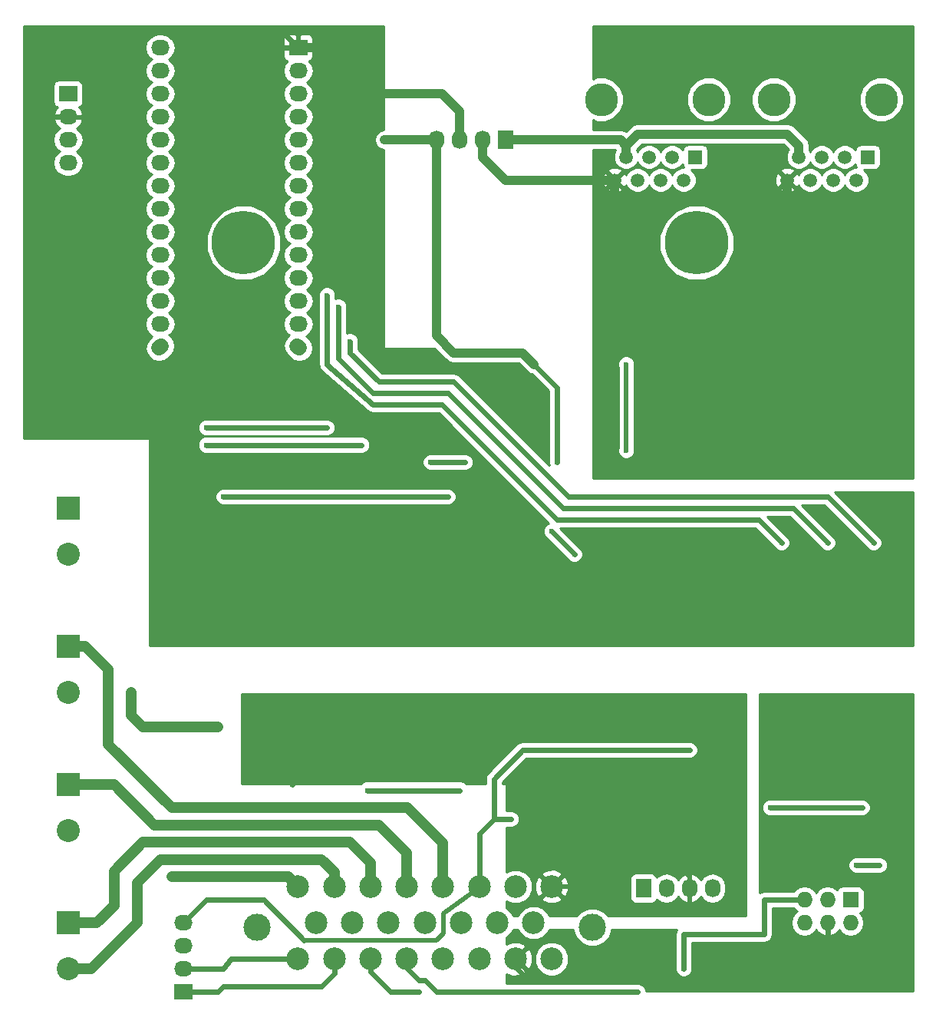
<source format=gbr>
G04 #@! TF.FileFunction,Copper,L2,Bot,Signal*
%FSLAX46Y46*%
G04 Gerber Fmt 4.6, Leading zero omitted, Abs format (unit mm)*
G04 Created by KiCad (PCBNEW 4.0.3+e1-6302~38~ubuntu15.10.1-stable) date Thu Nov 17 06:05:07 2016*
%MOMM*%
%LPD*%
G01*
G04 APERTURE LIST*
%ADD10C,0.200000*%
%ADD11R,1.727200X2.032000*%
%ADD12O,1.727200X2.032000*%
%ADD13C,2.500000*%
%ADD14C,3.000000*%
%ADD15C,3.649980*%
%ADD16R,1.501140X1.501140*%
%ADD17C,1.501140*%
%ADD18R,2.540000X2.540000*%
%ADD19C,2.540000*%
%ADD20R,2.032000X1.727200*%
%ADD21O,2.032000X1.727200*%
%ADD22R,1.727200X1.727200*%
%ADD23O,1.727200X1.727200*%
%ADD24C,1.727200*%
%ADD25C,7.000000*%
%ADD26C,0.600000*%
%ADD27C,0.600000*%
%ADD28C,1.000000*%
%ADD29C,0.500000*%
%ADD30C,1.200000*%
%ADD31C,0.254000*%
G04 APERTURE END LIST*
D10*
D11*
X97820000Y-75120000D03*
D12*
X95280000Y-75120000D03*
X92740000Y-75120000D03*
X90200000Y-75120000D03*
D13*
X74930000Y-157480000D03*
X78930000Y-157480000D03*
X82930000Y-157480000D03*
X86930000Y-157480000D03*
X90930000Y-157480000D03*
X94930000Y-157480000D03*
X98930000Y-157480000D03*
X102930000Y-157480000D03*
X100930000Y-161480000D03*
X96930000Y-161480000D03*
X92930000Y-161480000D03*
X88930000Y-161480000D03*
X84930000Y-161480000D03*
X80930000Y-161480000D03*
X76930000Y-161480000D03*
X74930000Y-165480000D03*
X78930000Y-165480000D03*
X82930000Y-165480000D03*
X86930000Y-165480000D03*
X90930000Y-165480000D03*
X94930000Y-165480000D03*
X98930000Y-165480000D03*
X102930000Y-165480000D03*
D14*
X70430000Y-161980000D03*
X107430000Y-161980000D03*
D15*
X127441480Y-70675000D03*
X139310900Y-70675000D03*
D16*
X137825000Y-77025000D03*
D17*
X136555000Y-79565000D03*
X135285000Y-77025000D03*
X134015000Y-79565000D03*
X132745000Y-77025000D03*
X131475000Y-79565000D03*
X130205000Y-77025000D03*
X128935000Y-79565000D03*
D15*
X108391480Y-70675000D03*
X120260900Y-70675000D03*
D16*
X118775000Y-77025000D03*
D17*
X117505000Y-79565000D03*
X116235000Y-77025000D03*
X114965000Y-79565000D03*
X113695000Y-77025000D03*
X112425000Y-79565000D03*
X111155000Y-77025000D03*
X109885000Y-79565000D03*
D18*
X49560000Y-161480000D03*
D19*
X49560000Y-166560000D03*
D18*
X49560000Y-131000000D03*
D19*
X49560000Y-136080000D03*
D18*
X49560000Y-146240000D03*
D19*
X49560000Y-151320000D03*
D11*
X113060000Y-157670000D03*
D12*
X115600000Y-157670000D03*
X118140000Y-157670000D03*
X120680000Y-157670000D03*
D20*
X62260000Y-169100000D03*
D21*
X62260000Y-166560000D03*
X62260000Y-164020000D03*
X62260000Y-161480000D03*
D18*
X49560000Y-115760000D03*
D19*
X49560000Y-120840000D03*
D22*
X135920000Y-158940000D03*
D23*
X135920000Y-161480000D03*
X133380000Y-158940000D03*
X133380000Y-161480000D03*
X130840000Y-158940000D03*
X130840000Y-161480000D03*
D20*
X74960000Y-64960000D03*
D21*
X74960000Y-67500000D03*
X74960000Y-70040000D03*
X74960000Y-72580000D03*
X74960000Y-75120000D03*
X74960000Y-77660000D03*
X74960000Y-80200000D03*
X74960000Y-82740000D03*
X74960000Y-85280000D03*
X74960000Y-87820000D03*
X74960000Y-90360000D03*
X74960000Y-92900000D03*
D24*
X74852237Y-97872237D02*
X75067763Y-98087763D01*
X59612237Y-98087763D02*
X59827763Y-97872237D01*
D21*
X59720000Y-92900000D03*
X59720000Y-90360000D03*
X59720000Y-87820000D03*
X59720000Y-85280000D03*
X59720000Y-82740000D03*
X59720000Y-80200000D03*
X59720000Y-77660000D03*
X59720000Y-75120000D03*
X59720000Y-72580000D03*
X59720000Y-70040000D03*
X59720000Y-67500000D03*
X59720000Y-64960000D03*
X74960000Y-95440000D03*
X59720000Y-95440000D03*
D20*
X49560000Y-70040000D03*
D21*
X49560000Y-72580000D03*
X49560000Y-75120000D03*
X49560000Y-77660000D03*
D25*
X68930000Y-86480000D03*
D26*
X71555000Y-86480000D03*
X70786155Y-88336155D03*
X68930000Y-89105000D03*
X67073845Y-88336155D03*
X66305000Y-86480000D03*
X67073845Y-84623845D03*
X68930000Y-83855000D03*
X70786155Y-84623845D03*
D25*
X118930000Y-86480000D03*
D26*
X121555000Y-86480000D03*
X120786155Y-88336155D03*
X118930000Y-89105000D03*
X117073845Y-88336155D03*
X116305000Y-86480000D03*
X117073845Y-84623845D03*
X118930000Y-83855000D03*
X120786155Y-84623845D03*
X90200000Y-105600000D03*
X134650000Y-128460000D03*
X129570000Y-128460000D03*
X123220000Y-128460000D03*
X101630000Y-128460000D03*
X95280000Y-128460000D03*
X90200000Y-128460000D03*
X85120000Y-128460000D03*
X76865000Y-128460000D03*
X74325000Y-128460000D03*
X71785000Y-128460000D03*
X68610000Y-128460000D03*
X59085000Y-128460000D03*
X140365000Y-128460000D03*
X99725000Y-104965000D03*
X84485000Y-75120000D03*
X103535000Y-110680000D03*
X100995000Y-99885000D03*
X112425000Y-102425000D03*
X124490000Y-108140000D03*
X132110000Y-107505000D03*
X135285000Y-107505000D03*
X111155000Y-109410000D03*
X111155000Y-99885000D03*
X62260000Y-156400000D03*
X60990000Y-156400000D03*
X63530000Y-156400000D03*
X54005000Y-164655000D03*
X52735000Y-165925000D03*
X87660000Y-146875000D03*
X82580000Y-146875000D03*
X92740000Y-146875000D03*
X117505000Y-166560000D03*
X88295000Y-169100000D03*
X112425000Y-169100000D03*
X139095000Y-155130000D03*
X136555000Y-155130000D03*
X137190000Y-148780000D03*
X132110000Y-148780000D03*
X127030000Y-148780000D03*
X64800000Y-108775000D03*
X81945000Y-108775000D03*
X64800000Y-106870000D03*
X78135000Y-106870000D03*
X78135000Y-92265000D03*
X128300000Y-119570000D03*
X79405000Y-93535000D03*
X133380000Y-119570000D03*
X80675000Y-97345000D03*
X138460000Y-119570000D03*
X64800000Y-139890000D03*
X56545000Y-137350000D03*
X56545000Y-136080000D03*
X66070000Y-139890000D03*
X56545000Y-138620000D03*
X63530000Y-139890000D03*
X98455000Y-150050000D03*
X114330000Y-142430000D03*
X109250000Y-142430000D03*
X118140000Y-142430000D03*
X99725000Y-144970000D03*
X97185000Y-142430000D03*
X104805000Y-143700000D03*
X74325000Y-146240000D03*
X76865000Y-139255000D03*
X74325000Y-139255000D03*
X71785000Y-139255000D03*
X69245000Y-139255000D03*
X115600000Y-143700000D03*
X110520000Y-148780000D03*
X115600000Y-141160000D03*
X110520000Y-141160000D03*
X104170000Y-141160000D03*
X66705000Y-114490000D03*
X91470000Y-114490000D03*
X102900000Y-118300000D03*
X105440000Y-120840000D03*
X93375000Y-110680000D03*
X89565000Y-110680000D03*
D27*
X71150000Y-64960000D02*
X74960000Y-64960000D01*
X62895000Y-73215000D02*
X71150000Y-64960000D01*
X62895000Y-89090000D02*
X62895000Y-73215000D01*
X79405000Y-105600000D02*
X62895000Y-89090000D01*
X90200000Y-105600000D02*
X79405000Y-105600000D01*
D28*
X77500000Y-64960000D02*
X77500000Y-70040000D01*
X90835000Y-70040000D02*
X92740000Y-71945000D01*
X77500000Y-70040000D02*
X90835000Y-70040000D01*
X92740000Y-75120000D02*
X92740000Y-71945000D01*
D27*
X59720000Y-130365000D02*
X59720000Y-130365000D01*
X59085000Y-129730000D02*
X59085000Y-107505000D01*
X59720000Y-130365000D02*
X59085000Y-129730000D01*
X46385000Y-102425000D02*
X46385000Y-72580000D01*
X59085000Y-107505000D02*
X56545000Y-104965000D01*
X56545000Y-104965000D02*
X48925000Y-104965000D01*
X48925000Y-104965000D02*
X46385000Y-102425000D01*
X49560000Y-72580000D02*
X46385000Y-72580000D01*
X73055000Y-63055000D02*
X74960000Y-64960000D01*
D29*
X57815000Y-63055000D02*
X73055000Y-63055000D01*
D27*
X57180000Y-63690000D02*
X57815000Y-63055000D01*
X49560000Y-63690000D02*
X57180000Y-63690000D01*
X46385000Y-66865000D02*
X49560000Y-63690000D01*
X46385000Y-72580000D02*
X46385000Y-66865000D01*
X46385000Y-66865000D02*
X46385000Y-66865000D01*
D29*
X134650000Y-128460000D02*
X134650000Y-130365000D01*
X129570000Y-128460000D02*
X129570000Y-130365000D01*
X123220000Y-128460000D02*
X123220000Y-130365000D01*
X101630000Y-128460000D02*
X101630000Y-130365000D01*
X95280000Y-128460000D02*
X95280000Y-130365000D01*
X90200000Y-128460000D02*
X90200000Y-130365000D01*
X85120000Y-128460000D02*
X85120000Y-130365000D01*
X76865000Y-128460000D02*
X76865000Y-130365000D01*
X74325000Y-128460000D02*
X74325000Y-130365000D01*
X71785000Y-130365000D02*
X71785000Y-128460000D01*
X68610000Y-128460000D02*
X68610000Y-130365000D01*
D27*
X59085000Y-129730000D02*
X59085000Y-128460000D01*
X59720000Y-130365000D02*
X59085000Y-129730000D01*
D29*
X139730000Y-130365000D02*
X134650000Y-130365000D01*
X134650000Y-130365000D02*
X129570000Y-130365000D01*
X129570000Y-130365000D02*
X123220000Y-130365000D01*
X123220000Y-130365000D02*
X101630000Y-130365000D01*
X101630000Y-130365000D02*
X95280000Y-130365000D01*
X95280000Y-130365000D02*
X90200000Y-130365000D01*
X90200000Y-130365000D02*
X85120000Y-130365000D01*
X85120000Y-130365000D02*
X76865000Y-130365000D01*
X76865000Y-130365000D02*
X74325000Y-130365000D01*
X74325000Y-130365000D02*
X71785000Y-130365000D01*
X71785000Y-130365000D02*
X68610000Y-130365000D01*
X68610000Y-130365000D02*
X59720000Y-130365000D01*
X140365000Y-129730000D02*
X139730000Y-130365000D01*
X140365000Y-128460000D02*
X140365000Y-129730000D01*
D27*
X77500000Y-75755000D02*
X77500000Y-64960000D01*
X81945000Y-80200000D02*
X77500000Y-75755000D01*
X81945000Y-97980000D02*
X81945000Y-80200000D01*
X84485000Y-100520000D02*
X81945000Y-97980000D01*
X95280000Y-100520000D02*
X84485000Y-100520000D01*
X99725000Y-104965000D02*
X95280000Y-100520000D01*
X77500000Y-64960000D02*
X77500000Y-64960000D01*
D28*
X74960000Y-64960000D02*
X77500000Y-64960000D01*
X84485000Y-75120000D02*
X90200000Y-75120000D01*
D27*
X103535000Y-102425000D02*
X100995000Y-99885000D01*
X103535000Y-110680000D02*
X103535000Y-102425000D01*
D28*
X100995000Y-99885000D02*
X99725000Y-98615000D01*
X92105000Y-98615000D02*
X90200000Y-96710000D01*
X90200000Y-96710000D02*
X90200000Y-75120000D01*
X99725000Y-98615000D02*
X92105000Y-98615000D01*
D27*
X113060000Y-91630000D02*
X113060000Y-101790000D01*
X113060000Y-101790000D02*
X112425000Y-102425000D01*
D28*
X109885000Y-79565000D02*
X109885000Y-82105000D01*
X109885000Y-82105000D02*
X113060000Y-85280000D01*
X128935000Y-89725000D02*
X128935000Y-79565000D01*
X127030000Y-91630000D02*
X128935000Y-89725000D01*
X113060000Y-85280000D02*
X113060000Y-91630000D01*
X113060000Y-91630000D02*
X127030000Y-91630000D01*
X109885000Y-79565000D02*
X97820000Y-79565000D01*
X95280000Y-77025000D02*
X95280000Y-75120000D01*
X97820000Y-79565000D02*
X95280000Y-77025000D01*
D27*
X131475000Y-108140000D02*
X132110000Y-107505000D01*
X124490000Y-108140000D02*
X131475000Y-108140000D01*
X132110000Y-107505000D02*
X135285000Y-107505000D01*
D29*
X111155000Y-99885000D02*
X111155000Y-109410000D01*
D28*
X97820000Y-75120000D02*
X110520000Y-75120000D01*
X110520000Y-75120000D02*
X111155000Y-75755000D01*
X130205000Y-77025000D02*
X130205000Y-75755000D01*
X130205000Y-75755000D02*
X128935000Y-74485000D01*
X128935000Y-74485000D02*
X112425000Y-74485000D01*
X112425000Y-74485000D02*
X111155000Y-75755000D01*
X111155000Y-75755000D02*
X111155000Y-77025000D01*
D30*
X63530000Y-156400000D02*
X73850000Y-156400000D01*
X73850000Y-156400000D02*
X74930000Y-157480000D01*
X60990000Y-156400000D02*
X60990000Y-156400000D01*
X60990000Y-156400000D02*
X62260000Y-156400000D01*
X62260000Y-156400000D02*
X63530000Y-156400000D01*
X74485000Y-157035000D02*
X74930000Y-157480000D01*
X52735000Y-165925000D02*
X52100000Y-166560000D01*
X52100000Y-166560000D02*
X49560000Y-166560000D01*
X60990000Y-154495000D02*
X59720000Y-154495000D01*
X60990000Y-154495000D02*
X77500000Y-154495000D01*
X77500000Y-154495000D02*
X78930000Y-155925000D01*
X78930000Y-157480000D02*
X78930000Y-155925000D01*
X57180000Y-161480000D02*
X54005000Y-164655000D01*
X57180000Y-157035000D02*
X57180000Y-161480000D01*
X59720000Y-154495000D02*
X57180000Y-157035000D01*
X52735000Y-165925000D02*
X54005000Y-164655000D01*
D27*
X92740000Y-146875000D02*
X87660000Y-146875000D01*
X87660000Y-146875000D02*
X82580000Y-146875000D01*
D30*
X59720000Y-152590000D02*
X57815000Y-152590000D01*
X59720000Y-152590000D02*
X80675000Y-152590000D01*
X80675000Y-152590000D02*
X82930000Y-154845000D01*
X82930000Y-157480000D02*
X82930000Y-154845000D01*
X52735000Y-161480000D02*
X49560000Y-161480000D01*
X54640000Y-159575000D02*
X52735000Y-161480000D01*
X54640000Y-155765000D02*
X54640000Y-159575000D01*
X57815000Y-152590000D02*
X54640000Y-155765000D01*
X83850000Y-150685000D02*
X86930000Y-153765000D01*
X49560000Y-146240000D02*
X54640000Y-146240000D01*
X54640000Y-146240000D02*
X59085000Y-150685000D01*
X83850000Y-150685000D02*
X59085000Y-150685000D01*
X86930000Y-153765000D02*
X86930000Y-157480000D01*
X49560000Y-131000000D02*
X51465000Y-131000000D01*
X60989342Y-148779342D02*
X86997368Y-148752368D01*
X54005000Y-141795000D02*
X60989342Y-148779342D01*
X54005000Y-133540000D02*
X54005000Y-141795000D01*
X51465000Y-131000000D02*
X54005000Y-133540000D01*
X90930000Y-152685000D02*
X90930000Y-157480000D01*
X86997368Y-148752368D02*
X90930000Y-152685000D01*
D27*
X62260000Y-166560000D02*
X66705000Y-166560000D01*
X67530000Y-165480000D02*
X66705000Y-166560000D01*
X67530000Y-165480000D02*
X74930000Y-165480000D01*
X62260000Y-169100000D02*
X66070000Y-169100000D01*
X66070000Y-169100000D02*
X66705000Y-168465000D01*
X66705000Y-168465000D02*
X77500000Y-168465000D01*
X77500000Y-168465000D02*
X78930000Y-167035000D01*
X78930000Y-167035000D02*
X78930000Y-165480000D01*
X82930000Y-166910000D02*
X85120000Y-169100000D01*
X82930000Y-165480000D02*
X82930000Y-166910000D01*
X85120000Y-169100000D02*
X88295000Y-169100000D01*
X126395000Y-158940000D02*
X130840000Y-158940000D01*
X126395000Y-162750000D02*
X126395000Y-158940000D01*
X117505000Y-162750000D02*
X126395000Y-162750000D01*
X117505000Y-166560000D02*
X117505000Y-162750000D01*
X90200000Y-169100000D02*
X88930000Y-167830000D01*
X112425000Y-169100000D02*
X90200000Y-169100000D01*
X86930000Y-165480000D02*
X86930000Y-166465000D01*
X86930000Y-166465000D02*
X88295000Y-167830000D01*
X139095000Y-155130000D02*
X136555000Y-155130000D01*
X88295000Y-167830000D02*
X88930000Y-167830000D01*
X87025000Y-165925000D02*
X86930000Y-165480000D01*
X132110000Y-148780000D02*
X137190000Y-148780000D01*
X127030000Y-148780000D02*
X132110000Y-148780000D01*
X98930000Y-165480000D02*
X98930000Y-166400000D01*
X98930000Y-166400000D02*
X100360000Y-167830000D01*
X100360000Y-167830000D02*
X114330000Y-167830000D01*
X114330000Y-167830000D02*
X114965000Y-168465000D01*
X114965000Y-168465000D02*
X130840000Y-168465000D01*
X130840000Y-168465000D02*
X133380000Y-165290000D01*
X133380000Y-165290000D02*
X133380000Y-161480000D01*
X81945000Y-108775000D02*
X64800000Y-108775000D01*
X78135000Y-106870000D02*
X64800000Y-106870000D01*
X103535000Y-117030000D02*
X125760000Y-117030000D01*
X83215000Y-104330000D02*
X78135000Y-99885000D01*
X90835000Y-104330000D02*
X83215000Y-104330000D01*
X103535000Y-117030000D02*
X90835000Y-104330000D01*
X78135000Y-99885000D02*
X78135000Y-92265000D01*
X128300000Y-119570000D02*
X125760000Y-117030000D01*
X133380000Y-119570000D02*
X129570000Y-115760000D01*
X129570000Y-115760000D02*
X104170000Y-115760000D01*
X79405000Y-99250000D02*
X83215000Y-103060000D01*
X83215000Y-103060000D02*
X91470000Y-103060000D01*
X91470000Y-103060000D02*
X104170000Y-115760000D01*
X79405000Y-93535000D02*
X79405000Y-99250000D01*
X138460000Y-119570000D02*
X133380000Y-114490000D01*
X133380000Y-114490000D02*
X104805000Y-114490000D01*
X80675000Y-98615000D02*
X80675000Y-97345000D01*
X104805000Y-114490000D02*
X92105000Y-101790000D01*
X92105000Y-101790000D02*
X83850000Y-101790000D01*
X83850000Y-101790000D02*
X80675000Y-98615000D01*
D30*
X56545000Y-136080000D02*
X56545000Y-136080000D01*
X56545000Y-136080000D02*
X56545000Y-137350000D01*
X56545000Y-137350000D02*
X56545000Y-138620000D01*
X63530000Y-139890000D02*
X64165000Y-139890000D01*
X64165000Y-139890000D02*
X64800000Y-139890000D01*
X64800000Y-139890000D02*
X66070000Y-139890000D01*
X56545000Y-138620000D02*
X57815000Y-139890000D01*
X57815000Y-139890000D02*
X63530000Y-139890000D01*
D27*
X96550000Y-150050000D02*
X98455000Y-150050000D01*
X62260000Y-161480000D02*
X64800000Y-158940000D01*
D29*
X90962000Y-160464000D02*
X94931000Y-157543000D01*
D27*
X71150000Y-158940000D02*
X64800000Y-158940000D01*
D29*
X90200000Y-163385000D02*
X90962000Y-162623000D01*
X75595000Y-163385000D02*
X90200000Y-163385000D01*
D27*
X71150000Y-158940000D02*
X75595000Y-163385000D01*
D29*
X90962000Y-162623000D02*
X90962000Y-160464000D01*
X94930000Y-157480000D02*
X95026000Y-157543000D01*
X95026000Y-157543000D02*
X94931000Y-157543000D01*
D27*
X96550000Y-150050000D02*
X96550000Y-145605000D01*
X99725000Y-142430000D02*
X109250000Y-142430000D01*
X96550000Y-145605000D02*
X99725000Y-142430000D01*
X94930000Y-157480000D02*
X94930000Y-151670000D01*
X96550000Y-150050000D02*
X94930000Y-151670000D01*
X114330000Y-142430000D02*
X109250000Y-142430000D01*
X118140000Y-142430000D02*
X114330000Y-142430000D01*
X97185000Y-139255000D02*
X97185000Y-142430000D01*
X100995000Y-143700000D02*
X104805000Y-143700000D01*
X99725000Y-144970000D02*
X100995000Y-143700000D01*
X105440000Y-143700000D02*
X110520000Y-148780000D01*
X104805000Y-143700000D02*
X105440000Y-143700000D01*
X74325000Y-146240000D02*
X74325000Y-139255000D01*
X71785000Y-139255000D02*
X74325000Y-139255000D01*
X74325000Y-139255000D02*
X74325000Y-139255000D01*
X74325000Y-139255000D02*
X76865000Y-139255000D01*
X76865000Y-139255000D02*
X97185000Y-139255000D01*
X97185000Y-139255000D02*
X102265000Y-139255000D01*
X102265000Y-139255000D02*
X104170000Y-141160000D01*
X69245000Y-139255000D02*
X71785000Y-139255000D01*
D29*
X110520000Y-155765000D02*
X117505000Y-155765000D01*
X118140000Y-156400000D02*
X118140000Y-157670000D01*
X117505000Y-155765000D02*
X118140000Y-156400000D01*
X102930000Y-157480000D02*
X108805000Y-157480000D01*
X110520000Y-155765000D02*
X110520000Y-148780000D01*
X108805000Y-157480000D02*
X110520000Y-155765000D01*
X115600000Y-143700000D02*
X110520000Y-148780000D01*
D27*
X110520000Y-141160000D02*
X115600000Y-141160000D01*
X110520000Y-141160000D02*
X110520000Y-141160000D01*
X110520000Y-141160000D02*
X104170000Y-141160000D01*
X66705000Y-114490000D02*
X91470000Y-114490000D01*
X105440000Y-120840000D02*
X102900000Y-118300000D01*
X93375000Y-110680000D02*
X89565000Y-110680000D01*
D31*
G36*
X142778000Y-112458000D02*
X107472000Y-112458000D01*
X107472000Y-100070167D01*
X110219838Y-100070167D01*
X110270000Y-100191569D01*
X110270000Y-109103178D01*
X110220162Y-109223201D01*
X110219838Y-109595167D01*
X110361883Y-109938943D01*
X110624673Y-110202192D01*
X110968201Y-110344838D01*
X111340167Y-110345162D01*
X111683943Y-110203117D01*
X111947192Y-109940327D01*
X112089838Y-109596799D01*
X112090162Y-109224833D01*
X112040000Y-109103431D01*
X112040000Y-100191822D01*
X112089838Y-100071799D01*
X112090162Y-99699833D01*
X111948117Y-99356057D01*
X111685327Y-99092808D01*
X111341799Y-98950162D01*
X110969833Y-98949838D01*
X110626057Y-99091883D01*
X110362808Y-99354673D01*
X110220162Y-99698201D01*
X110219838Y-100070167D01*
X107472000Y-100070167D01*
X107472000Y-87298894D01*
X114794284Y-87298894D01*
X115422474Y-88819229D01*
X116584653Y-89983438D01*
X118103889Y-90614280D01*
X119748894Y-90615716D01*
X121269229Y-89987526D01*
X122433438Y-88825347D01*
X123064280Y-87306111D01*
X123065716Y-85661106D01*
X122437526Y-84140771D01*
X121275347Y-82976562D01*
X119756111Y-82345720D01*
X118111106Y-82344284D01*
X116590771Y-82972474D01*
X115426562Y-84134653D01*
X114795720Y-85653889D01*
X114794284Y-87298894D01*
X107472000Y-87298894D01*
X107472000Y-80536930D01*
X109092675Y-80536930D01*
X109160735Y-80777931D01*
X109680034Y-80962767D01*
X110230538Y-80934805D01*
X110609265Y-80777931D01*
X110677325Y-80536930D01*
X109885000Y-79744605D01*
X109092675Y-80536930D01*
X107472000Y-80536930D01*
X107472000Y-79360034D01*
X108487233Y-79360034D01*
X108515195Y-79910538D01*
X108672069Y-80289265D01*
X108913070Y-80357325D01*
X109705395Y-79565000D01*
X108913070Y-78772675D01*
X108672069Y-78840735D01*
X108487233Y-79360034D01*
X107472000Y-79360034D01*
X107472000Y-78593070D01*
X109092675Y-78593070D01*
X109885000Y-79385395D01*
X110677325Y-78593070D01*
X110609265Y-78352069D01*
X110089966Y-78167233D01*
X109539462Y-78195195D01*
X109160735Y-78352069D01*
X109092675Y-78593070D01*
X107472000Y-78593070D01*
X107472000Y-76255000D01*
X109974459Y-76255000D01*
X109769671Y-76748184D01*
X109769190Y-77299398D01*
X109979686Y-77808837D01*
X110369113Y-78198944D01*
X110878184Y-78410329D01*
X111429398Y-78410810D01*
X111938837Y-78200314D01*
X112328944Y-77810887D01*
X112424975Y-77579619D01*
X112519686Y-77808837D01*
X112909113Y-78198944D01*
X113418184Y-78410329D01*
X113969398Y-78410810D01*
X114478837Y-78200314D01*
X114868944Y-77810887D01*
X114964975Y-77579619D01*
X115059686Y-77808837D01*
X115449113Y-78198944D01*
X115958184Y-78410329D01*
X116509398Y-78410810D01*
X117018837Y-78200314D01*
X117387637Y-77832156D01*
X117421268Y-78010887D01*
X117529736Y-78179451D01*
X117230602Y-78179190D01*
X116721163Y-78389686D01*
X116331056Y-78779113D01*
X116235025Y-79010381D01*
X116140314Y-78781163D01*
X115750887Y-78391056D01*
X115241816Y-78179671D01*
X114690602Y-78179190D01*
X114181163Y-78389686D01*
X113791056Y-78779113D01*
X113695025Y-79010381D01*
X113600314Y-78781163D01*
X113210887Y-78391056D01*
X112701816Y-78179671D01*
X112150602Y-78179190D01*
X111641163Y-78389686D01*
X111251056Y-78779113D01*
X111161621Y-78994496D01*
X111097931Y-78840735D01*
X110856930Y-78772675D01*
X110064605Y-79565000D01*
X110856930Y-80357325D01*
X111097931Y-80289265D01*
X111156769Y-80123960D01*
X111249686Y-80348837D01*
X111639113Y-80738944D01*
X112148184Y-80950329D01*
X112699398Y-80950810D01*
X113208837Y-80740314D01*
X113598944Y-80350887D01*
X113694975Y-80119619D01*
X113789686Y-80348837D01*
X114179113Y-80738944D01*
X114688184Y-80950329D01*
X115239398Y-80950810D01*
X115748837Y-80740314D01*
X116138944Y-80350887D01*
X116234975Y-80119619D01*
X116329686Y-80348837D01*
X116719113Y-80738944D01*
X117228184Y-80950329D01*
X117779398Y-80950810D01*
X118288837Y-80740314D01*
X118492576Y-80536930D01*
X128142675Y-80536930D01*
X128210735Y-80777931D01*
X128730034Y-80962767D01*
X129280538Y-80934805D01*
X129659265Y-80777931D01*
X129727325Y-80536930D01*
X128935000Y-79744605D01*
X128142675Y-80536930D01*
X118492576Y-80536930D01*
X118678944Y-80350887D01*
X118890329Y-79841816D01*
X118890749Y-79360034D01*
X127537233Y-79360034D01*
X127565195Y-79910538D01*
X127722069Y-80289265D01*
X127963070Y-80357325D01*
X128755395Y-79565000D01*
X127963070Y-78772675D01*
X127722069Y-78840735D01*
X127537233Y-79360034D01*
X118890749Y-79360034D01*
X118890810Y-79290602D01*
X118680314Y-78781163D01*
X118492549Y-78593070D01*
X128142675Y-78593070D01*
X128935000Y-79385395D01*
X129727325Y-78593070D01*
X129659265Y-78352069D01*
X129139966Y-78167233D01*
X128589462Y-78195195D01*
X128210735Y-78352069D01*
X128142675Y-78593070D01*
X118492549Y-78593070D01*
X118322785Y-78423010D01*
X119525570Y-78423010D01*
X119760887Y-78378732D01*
X119977011Y-78239660D01*
X120122001Y-78027460D01*
X120173010Y-77775570D01*
X120173010Y-76274430D01*
X120128732Y-76039113D01*
X119989660Y-75822989D01*
X119777460Y-75677999D01*
X119525570Y-75626990D01*
X118024430Y-75626990D01*
X117789113Y-75671268D01*
X117572989Y-75810340D01*
X117427999Y-76022540D01*
X117388211Y-76219021D01*
X117020887Y-75851056D01*
X116511816Y-75639671D01*
X115960602Y-75639190D01*
X115451163Y-75849686D01*
X115061056Y-76239113D01*
X114965025Y-76470381D01*
X114870314Y-76241163D01*
X114480887Y-75851056D01*
X113971816Y-75639671D01*
X113420602Y-75639190D01*
X112911163Y-75849686D01*
X112521056Y-76239113D01*
X112425025Y-76470381D01*
X112330314Y-76241163D01*
X112302166Y-76212966D01*
X112895132Y-75620000D01*
X128464868Y-75620000D01*
X129057542Y-76212674D01*
X129031056Y-76239113D01*
X128819671Y-76748184D01*
X128819190Y-77299398D01*
X129029686Y-77808837D01*
X129419113Y-78198944D01*
X129928184Y-78410329D01*
X130479398Y-78410810D01*
X130988837Y-78200314D01*
X131378944Y-77810887D01*
X131474975Y-77579619D01*
X131569686Y-77808837D01*
X131959113Y-78198944D01*
X132468184Y-78410329D01*
X133019398Y-78410810D01*
X133528837Y-78200314D01*
X133918944Y-77810887D01*
X134014975Y-77579619D01*
X134109686Y-77808837D01*
X134499113Y-78198944D01*
X135008184Y-78410329D01*
X135559398Y-78410810D01*
X136068837Y-78200314D01*
X136437637Y-77832156D01*
X136471268Y-78010887D01*
X136579736Y-78179451D01*
X136280602Y-78179190D01*
X135771163Y-78389686D01*
X135381056Y-78779113D01*
X135285025Y-79010381D01*
X135190314Y-78781163D01*
X134800887Y-78391056D01*
X134291816Y-78179671D01*
X133740602Y-78179190D01*
X133231163Y-78389686D01*
X132841056Y-78779113D01*
X132745025Y-79010381D01*
X132650314Y-78781163D01*
X132260887Y-78391056D01*
X131751816Y-78179671D01*
X131200602Y-78179190D01*
X130691163Y-78389686D01*
X130301056Y-78779113D01*
X130211621Y-78994496D01*
X130147931Y-78840735D01*
X129906930Y-78772675D01*
X129114605Y-79565000D01*
X129906930Y-80357325D01*
X130147931Y-80289265D01*
X130206769Y-80123960D01*
X130299686Y-80348837D01*
X130689113Y-80738944D01*
X131198184Y-80950329D01*
X131749398Y-80950810D01*
X132258837Y-80740314D01*
X132648944Y-80350887D01*
X132744975Y-80119619D01*
X132839686Y-80348837D01*
X133229113Y-80738944D01*
X133738184Y-80950329D01*
X134289398Y-80950810D01*
X134798837Y-80740314D01*
X135188944Y-80350887D01*
X135284975Y-80119619D01*
X135379686Y-80348837D01*
X135769113Y-80738944D01*
X136278184Y-80950329D01*
X136829398Y-80950810D01*
X137338837Y-80740314D01*
X137728944Y-80350887D01*
X137940329Y-79841816D01*
X137940810Y-79290602D01*
X137730314Y-78781163D01*
X137372785Y-78423010D01*
X138575570Y-78423010D01*
X138810887Y-78378732D01*
X139027011Y-78239660D01*
X139172001Y-78027460D01*
X139223010Y-77775570D01*
X139223010Y-76274430D01*
X139178732Y-76039113D01*
X139039660Y-75822989D01*
X138827460Y-75677999D01*
X138575570Y-75626990D01*
X137074430Y-75626990D01*
X136839113Y-75671268D01*
X136622989Y-75810340D01*
X136477999Y-76022540D01*
X136438211Y-76219021D01*
X136070887Y-75851056D01*
X135561816Y-75639671D01*
X135010602Y-75639190D01*
X134501163Y-75849686D01*
X134111056Y-76239113D01*
X134015025Y-76470381D01*
X133920314Y-76241163D01*
X133530887Y-75851056D01*
X133021816Y-75639671D01*
X132470602Y-75639190D01*
X131961163Y-75849686D01*
X131571056Y-76239113D01*
X131475025Y-76470381D01*
X131380314Y-76241163D01*
X131340000Y-76200779D01*
X131340000Y-75755000D01*
X131253603Y-75320654D01*
X131007566Y-74952434D01*
X129737566Y-73682434D01*
X129369346Y-73436397D01*
X128935000Y-73350000D01*
X112425000Y-73350000D01*
X111990654Y-73436397D01*
X111622434Y-73682434D01*
X111121669Y-74183199D01*
X110954346Y-74071397D01*
X110520000Y-73985000D01*
X107472000Y-73985000D01*
X107472000Y-72956836D01*
X107900011Y-73134562D01*
X108878655Y-73135416D01*
X109783132Y-72761694D01*
X110475742Y-72070292D01*
X110851042Y-71166469D01*
X110851045Y-71162175D01*
X117800484Y-71162175D01*
X118174206Y-72066652D01*
X118865608Y-72759262D01*
X119769431Y-73134562D01*
X120748075Y-73135416D01*
X121652552Y-72761694D01*
X122345162Y-72070292D01*
X122720462Y-71166469D01*
X122720465Y-71162175D01*
X124981064Y-71162175D01*
X125354786Y-72066652D01*
X126046188Y-72759262D01*
X126950011Y-73134562D01*
X127928655Y-73135416D01*
X128833132Y-72761694D01*
X129525742Y-72070292D01*
X129901042Y-71166469D01*
X129901045Y-71162175D01*
X136850484Y-71162175D01*
X137224206Y-72066652D01*
X137915608Y-72759262D01*
X138819431Y-73134562D01*
X139798075Y-73135416D01*
X140702552Y-72761694D01*
X141395162Y-72070292D01*
X141770462Y-71166469D01*
X141771316Y-70187825D01*
X141397594Y-69283348D01*
X140706192Y-68590738D01*
X139802369Y-68215438D01*
X138823725Y-68214584D01*
X137919248Y-68588306D01*
X137226638Y-69279708D01*
X136851338Y-70183531D01*
X136850484Y-71162175D01*
X129901045Y-71162175D01*
X129901896Y-70187825D01*
X129528174Y-69283348D01*
X128836772Y-68590738D01*
X127932949Y-68215438D01*
X126954305Y-68214584D01*
X126049828Y-68588306D01*
X125357218Y-69279708D01*
X124981918Y-70183531D01*
X124981064Y-71162175D01*
X122720465Y-71162175D01*
X122721316Y-70187825D01*
X122347594Y-69283348D01*
X121656192Y-68590738D01*
X120752369Y-68215438D01*
X119773725Y-68214584D01*
X118869248Y-68588306D01*
X118176638Y-69279708D01*
X117801338Y-70183531D01*
X117800484Y-71162175D01*
X110851045Y-71162175D01*
X110851896Y-70187825D01*
X110478174Y-69283348D01*
X109786772Y-68590738D01*
X108882949Y-68215438D01*
X107904305Y-68214584D01*
X107472000Y-68393209D01*
X107472000Y-62547000D01*
X142778000Y-62547000D01*
X142778000Y-112458000D01*
X142778000Y-112458000D01*
G37*
X142778000Y-112458000D02*
X107472000Y-112458000D01*
X107472000Y-100070167D01*
X110219838Y-100070167D01*
X110270000Y-100191569D01*
X110270000Y-109103178D01*
X110220162Y-109223201D01*
X110219838Y-109595167D01*
X110361883Y-109938943D01*
X110624673Y-110202192D01*
X110968201Y-110344838D01*
X111340167Y-110345162D01*
X111683943Y-110203117D01*
X111947192Y-109940327D01*
X112089838Y-109596799D01*
X112090162Y-109224833D01*
X112040000Y-109103431D01*
X112040000Y-100191822D01*
X112089838Y-100071799D01*
X112090162Y-99699833D01*
X111948117Y-99356057D01*
X111685327Y-99092808D01*
X111341799Y-98950162D01*
X110969833Y-98949838D01*
X110626057Y-99091883D01*
X110362808Y-99354673D01*
X110220162Y-99698201D01*
X110219838Y-100070167D01*
X107472000Y-100070167D01*
X107472000Y-87298894D01*
X114794284Y-87298894D01*
X115422474Y-88819229D01*
X116584653Y-89983438D01*
X118103889Y-90614280D01*
X119748894Y-90615716D01*
X121269229Y-89987526D01*
X122433438Y-88825347D01*
X123064280Y-87306111D01*
X123065716Y-85661106D01*
X122437526Y-84140771D01*
X121275347Y-82976562D01*
X119756111Y-82345720D01*
X118111106Y-82344284D01*
X116590771Y-82972474D01*
X115426562Y-84134653D01*
X114795720Y-85653889D01*
X114794284Y-87298894D01*
X107472000Y-87298894D01*
X107472000Y-80536930D01*
X109092675Y-80536930D01*
X109160735Y-80777931D01*
X109680034Y-80962767D01*
X110230538Y-80934805D01*
X110609265Y-80777931D01*
X110677325Y-80536930D01*
X109885000Y-79744605D01*
X109092675Y-80536930D01*
X107472000Y-80536930D01*
X107472000Y-79360034D01*
X108487233Y-79360034D01*
X108515195Y-79910538D01*
X108672069Y-80289265D01*
X108913070Y-80357325D01*
X109705395Y-79565000D01*
X108913070Y-78772675D01*
X108672069Y-78840735D01*
X108487233Y-79360034D01*
X107472000Y-79360034D01*
X107472000Y-78593070D01*
X109092675Y-78593070D01*
X109885000Y-79385395D01*
X110677325Y-78593070D01*
X110609265Y-78352069D01*
X110089966Y-78167233D01*
X109539462Y-78195195D01*
X109160735Y-78352069D01*
X109092675Y-78593070D01*
X107472000Y-78593070D01*
X107472000Y-76255000D01*
X109974459Y-76255000D01*
X109769671Y-76748184D01*
X109769190Y-77299398D01*
X109979686Y-77808837D01*
X110369113Y-78198944D01*
X110878184Y-78410329D01*
X111429398Y-78410810D01*
X111938837Y-78200314D01*
X112328944Y-77810887D01*
X112424975Y-77579619D01*
X112519686Y-77808837D01*
X112909113Y-78198944D01*
X113418184Y-78410329D01*
X113969398Y-78410810D01*
X114478837Y-78200314D01*
X114868944Y-77810887D01*
X114964975Y-77579619D01*
X115059686Y-77808837D01*
X115449113Y-78198944D01*
X115958184Y-78410329D01*
X116509398Y-78410810D01*
X117018837Y-78200314D01*
X117387637Y-77832156D01*
X117421268Y-78010887D01*
X117529736Y-78179451D01*
X117230602Y-78179190D01*
X116721163Y-78389686D01*
X116331056Y-78779113D01*
X116235025Y-79010381D01*
X116140314Y-78781163D01*
X115750887Y-78391056D01*
X115241816Y-78179671D01*
X114690602Y-78179190D01*
X114181163Y-78389686D01*
X113791056Y-78779113D01*
X113695025Y-79010381D01*
X113600314Y-78781163D01*
X113210887Y-78391056D01*
X112701816Y-78179671D01*
X112150602Y-78179190D01*
X111641163Y-78389686D01*
X111251056Y-78779113D01*
X111161621Y-78994496D01*
X111097931Y-78840735D01*
X110856930Y-78772675D01*
X110064605Y-79565000D01*
X110856930Y-80357325D01*
X111097931Y-80289265D01*
X111156769Y-80123960D01*
X111249686Y-80348837D01*
X111639113Y-80738944D01*
X112148184Y-80950329D01*
X112699398Y-80950810D01*
X113208837Y-80740314D01*
X113598944Y-80350887D01*
X113694975Y-80119619D01*
X113789686Y-80348837D01*
X114179113Y-80738944D01*
X114688184Y-80950329D01*
X115239398Y-80950810D01*
X115748837Y-80740314D01*
X116138944Y-80350887D01*
X116234975Y-80119619D01*
X116329686Y-80348837D01*
X116719113Y-80738944D01*
X117228184Y-80950329D01*
X117779398Y-80950810D01*
X118288837Y-80740314D01*
X118492576Y-80536930D01*
X128142675Y-80536930D01*
X128210735Y-80777931D01*
X128730034Y-80962767D01*
X129280538Y-80934805D01*
X129659265Y-80777931D01*
X129727325Y-80536930D01*
X128935000Y-79744605D01*
X128142675Y-80536930D01*
X118492576Y-80536930D01*
X118678944Y-80350887D01*
X118890329Y-79841816D01*
X118890749Y-79360034D01*
X127537233Y-79360034D01*
X127565195Y-79910538D01*
X127722069Y-80289265D01*
X127963070Y-80357325D01*
X128755395Y-79565000D01*
X127963070Y-78772675D01*
X127722069Y-78840735D01*
X127537233Y-79360034D01*
X118890749Y-79360034D01*
X118890810Y-79290602D01*
X118680314Y-78781163D01*
X118492549Y-78593070D01*
X128142675Y-78593070D01*
X128935000Y-79385395D01*
X129727325Y-78593070D01*
X129659265Y-78352069D01*
X129139966Y-78167233D01*
X128589462Y-78195195D01*
X128210735Y-78352069D01*
X128142675Y-78593070D01*
X118492549Y-78593070D01*
X118322785Y-78423010D01*
X119525570Y-78423010D01*
X119760887Y-78378732D01*
X119977011Y-78239660D01*
X120122001Y-78027460D01*
X120173010Y-77775570D01*
X120173010Y-76274430D01*
X120128732Y-76039113D01*
X119989660Y-75822989D01*
X119777460Y-75677999D01*
X119525570Y-75626990D01*
X118024430Y-75626990D01*
X117789113Y-75671268D01*
X117572989Y-75810340D01*
X117427999Y-76022540D01*
X117388211Y-76219021D01*
X117020887Y-75851056D01*
X116511816Y-75639671D01*
X115960602Y-75639190D01*
X115451163Y-75849686D01*
X115061056Y-76239113D01*
X114965025Y-76470381D01*
X114870314Y-76241163D01*
X114480887Y-75851056D01*
X113971816Y-75639671D01*
X113420602Y-75639190D01*
X112911163Y-75849686D01*
X112521056Y-76239113D01*
X112425025Y-76470381D01*
X112330314Y-76241163D01*
X112302166Y-76212966D01*
X112895132Y-75620000D01*
X128464868Y-75620000D01*
X129057542Y-76212674D01*
X129031056Y-76239113D01*
X128819671Y-76748184D01*
X128819190Y-77299398D01*
X129029686Y-77808837D01*
X129419113Y-78198944D01*
X129928184Y-78410329D01*
X130479398Y-78410810D01*
X130988837Y-78200314D01*
X131378944Y-77810887D01*
X131474975Y-77579619D01*
X131569686Y-77808837D01*
X131959113Y-78198944D01*
X132468184Y-78410329D01*
X133019398Y-78410810D01*
X133528837Y-78200314D01*
X133918944Y-77810887D01*
X134014975Y-77579619D01*
X134109686Y-77808837D01*
X134499113Y-78198944D01*
X135008184Y-78410329D01*
X135559398Y-78410810D01*
X136068837Y-78200314D01*
X136437637Y-77832156D01*
X136471268Y-78010887D01*
X136579736Y-78179451D01*
X136280602Y-78179190D01*
X135771163Y-78389686D01*
X135381056Y-78779113D01*
X135285025Y-79010381D01*
X135190314Y-78781163D01*
X134800887Y-78391056D01*
X134291816Y-78179671D01*
X133740602Y-78179190D01*
X133231163Y-78389686D01*
X132841056Y-78779113D01*
X132745025Y-79010381D01*
X132650314Y-78781163D01*
X132260887Y-78391056D01*
X131751816Y-78179671D01*
X131200602Y-78179190D01*
X130691163Y-78389686D01*
X130301056Y-78779113D01*
X130211621Y-78994496D01*
X130147931Y-78840735D01*
X129906930Y-78772675D01*
X129114605Y-79565000D01*
X129906930Y-80357325D01*
X130147931Y-80289265D01*
X130206769Y-80123960D01*
X130299686Y-80348837D01*
X130689113Y-80738944D01*
X131198184Y-80950329D01*
X131749398Y-80950810D01*
X132258837Y-80740314D01*
X132648944Y-80350887D01*
X132744975Y-80119619D01*
X132839686Y-80348837D01*
X133229113Y-80738944D01*
X133738184Y-80950329D01*
X134289398Y-80950810D01*
X134798837Y-80740314D01*
X135188944Y-80350887D01*
X135284975Y-80119619D01*
X135379686Y-80348837D01*
X135769113Y-80738944D01*
X136278184Y-80950329D01*
X136829398Y-80950810D01*
X137338837Y-80740314D01*
X137728944Y-80350887D01*
X137940329Y-79841816D01*
X137940810Y-79290602D01*
X137730314Y-78781163D01*
X137372785Y-78423010D01*
X138575570Y-78423010D01*
X138810887Y-78378732D01*
X139027011Y-78239660D01*
X139172001Y-78027460D01*
X139223010Y-77775570D01*
X139223010Y-76274430D01*
X139178732Y-76039113D01*
X139039660Y-75822989D01*
X138827460Y-75677999D01*
X138575570Y-75626990D01*
X137074430Y-75626990D01*
X136839113Y-75671268D01*
X136622989Y-75810340D01*
X136477999Y-76022540D01*
X136438211Y-76219021D01*
X136070887Y-75851056D01*
X135561816Y-75639671D01*
X135010602Y-75639190D01*
X134501163Y-75849686D01*
X134111056Y-76239113D01*
X134015025Y-76470381D01*
X133920314Y-76241163D01*
X133530887Y-75851056D01*
X133021816Y-75639671D01*
X132470602Y-75639190D01*
X131961163Y-75849686D01*
X131571056Y-76239113D01*
X131475025Y-76470381D01*
X131380314Y-76241163D01*
X131340000Y-76200779D01*
X131340000Y-75755000D01*
X131253603Y-75320654D01*
X131007566Y-74952434D01*
X129737566Y-73682434D01*
X129369346Y-73436397D01*
X128935000Y-73350000D01*
X112425000Y-73350000D01*
X111990654Y-73436397D01*
X111622434Y-73682434D01*
X111121669Y-74183199D01*
X110954346Y-74071397D01*
X110520000Y-73985000D01*
X107472000Y-73985000D01*
X107472000Y-72956836D01*
X107900011Y-73134562D01*
X108878655Y-73135416D01*
X109783132Y-72761694D01*
X110475742Y-72070292D01*
X110851042Y-71166469D01*
X110851045Y-71162175D01*
X117800484Y-71162175D01*
X118174206Y-72066652D01*
X118865608Y-72759262D01*
X119769431Y-73134562D01*
X120748075Y-73135416D01*
X121652552Y-72761694D01*
X122345162Y-72070292D01*
X122720462Y-71166469D01*
X122720465Y-71162175D01*
X124981064Y-71162175D01*
X125354786Y-72066652D01*
X126046188Y-72759262D01*
X126950011Y-73134562D01*
X127928655Y-73135416D01*
X128833132Y-72761694D01*
X129525742Y-72070292D01*
X129901042Y-71166469D01*
X129901045Y-71162175D01*
X136850484Y-71162175D01*
X137224206Y-72066652D01*
X137915608Y-72759262D01*
X138819431Y-73134562D01*
X139798075Y-73135416D01*
X140702552Y-72761694D01*
X141395162Y-72070292D01*
X141770462Y-71166469D01*
X141771316Y-70187825D01*
X141397594Y-69283348D01*
X140706192Y-68590738D01*
X139802369Y-68215438D01*
X138823725Y-68214584D01*
X137919248Y-68588306D01*
X137226638Y-69279708D01*
X136851338Y-70183531D01*
X136850484Y-71162175D01*
X129901045Y-71162175D01*
X129901896Y-70187825D01*
X129528174Y-69283348D01*
X128836772Y-68590738D01*
X127932949Y-68215438D01*
X126954305Y-68214584D01*
X126049828Y-68588306D01*
X125357218Y-69279708D01*
X124981918Y-70183531D01*
X124981064Y-71162175D01*
X122720465Y-71162175D01*
X122721316Y-70187825D01*
X122347594Y-69283348D01*
X121656192Y-68590738D01*
X120752369Y-68215438D01*
X119773725Y-68214584D01*
X118869248Y-68588306D01*
X118176638Y-69279708D01*
X117801338Y-70183531D01*
X117800484Y-71162175D01*
X110851045Y-71162175D01*
X110851896Y-70187825D01*
X110478174Y-69283348D01*
X109786772Y-68590738D01*
X108882949Y-68215438D01*
X107904305Y-68214584D01*
X107472000Y-68393209D01*
X107472000Y-62547000D01*
X142778000Y-62547000D01*
X142778000Y-112458000D01*
G36*
X84358000Y-74010262D02*
X84050654Y-74071397D01*
X83682434Y-74317434D01*
X83436397Y-74685654D01*
X83350000Y-75120000D01*
X83436397Y-75554346D01*
X83682434Y-75922566D01*
X84050654Y-76168603D01*
X84358000Y-76229738D01*
X84358000Y-97980000D01*
X84368006Y-98029410D01*
X84396447Y-98071035D01*
X84438841Y-98098315D01*
X84485000Y-98107000D01*
X89991868Y-98107000D01*
X91302434Y-99417566D01*
X91670654Y-99663603D01*
X92105000Y-99750000D01*
X99254868Y-99750000D01*
X100192434Y-100687566D01*
X100560655Y-100933603D01*
X100761205Y-100973495D01*
X102600000Y-102812290D01*
X102600000Y-110679184D01*
X102599838Y-110865167D01*
X102668407Y-111031117D01*
X92766145Y-101128855D01*
X92462809Y-100926173D01*
X92105000Y-100855000D01*
X84237290Y-100855000D01*
X81610000Y-98227710D01*
X81610000Y-97345816D01*
X81610162Y-97159833D01*
X81468117Y-96816057D01*
X81205327Y-96552808D01*
X80861799Y-96410162D01*
X80489833Y-96409838D01*
X80340000Y-96471748D01*
X80340000Y-93535816D01*
X80340162Y-93349833D01*
X80198117Y-93006057D01*
X79935327Y-92742808D01*
X79591799Y-92600162D01*
X79219833Y-92599838D01*
X79070000Y-92661748D01*
X79070000Y-92265816D01*
X79070162Y-92079833D01*
X78928117Y-91736057D01*
X78665327Y-91472808D01*
X78321799Y-91330162D01*
X77949833Y-91329838D01*
X77606057Y-91471883D01*
X77342808Y-91734673D01*
X77200162Y-92078201D01*
X77199838Y-92450167D01*
X77200000Y-92450559D01*
X77200000Y-99885000D01*
X77206152Y-99915928D01*
X77202071Y-99947195D01*
X77241544Y-100093852D01*
X77271173Y-100242809D01*
X77288692Y-100269027D01*
X77296887Y-100299477D01*
X77389476Y-100419863D01*
X77473855Y-100546145D01*
X77500074Y-100563664D01*
X77519298Y-100588659D01*
X82599298Y-105033659D01*
X82730909Y-105109448D01*
X82857191Y-105193827D01*
X82888119Y-105199979D01*
X82915445Y-105215715D01*
X83066047Y-105235371D01*
X83215000Y-105265000D01*
X90447710Y-105265000D01*
X102596459Y-117413749D01*
X102371057Y-117506883D01*
X102107808Y-117769673D01*
X101965162Y-118113201D01*
X101964838Y-118485167D01*
X102106883Y-118828943D01*
X102369673Y-119092192D01*
X102370065Y-119092355D01*
X104778564Y-121500854D01*
X104909673Y-121632192D01*
X105253201Y-121774838D01*
X105625167Y-121775162D01*
X105968943Y-121633117D01*
X106232192Y-121370327D01*
X106374838Y-121026799D01*
X106375162Y-120654833D01*
X106233117Y-120311057D01*
X105970327Y-120047808D01*
X105969935Y-120047645D01*
X103887290Y-117965000D01*
X125372710Y-117965000D01*
X127638564Y-120230854D01*
X127769673Y-120362192D01*
X128113201Y-120504838D01*
X128485167Y-120505162D01*
X128828943Y-120363117D01*
X129092192Y-120100327D01*
X129234838Y-119756799D01*
X129235162Y-119384833D01*
X129093117Y-119041057D01*
X128830327Y-118777808D01*
X128829935Y-118777645D01*
X126747290Y-116695000D01*
X129182710Y-116695000D01*
X132718564Y-120230854D01*
X132849673Y-120362192D01*
X133193201Y-120504838D01*
X133565167Y-120505162D01*
X133908943Y-120363117D01*
X134172192Y-120100327D01*
X134314838Y-119756799D01*
X134315162Y-119384833D01*
X134173117Y-119041057D01*
X133910327Y-118777808D01*
X133909935Y-118777645D01*
X130557290Y-115425000D01*
X132992710Y-115425000D01*
X137798564Y-120230854D01*
X137929673Y-120362192D01*
X138273201Y-120504838D01*
X138645167Y-120505162D01*
X138988943Y-120363117D01*
X139252192Y-120100327D01*
X139394838Y-119756799D01*
X139395162Y-119384833D01*
X139253117Y-119041057D01*
X138990327Y-118777808D01*
X138989935Y-118777645D01*
X134194290Y-113982000D01*
X142778000Y-113982000D01*
X142778000Y-130873000D01*
X58577000Y-130873000D01*
X58577000Y-114675167D01*
X65769838Y-114675167D01*
X65911883Y-115018943D01*
X66174673Y-115282192D01*
X66518201Y-115424838D01*
X66890167Y-115425162D01*
X66890559Y-115425000D01*
X91469184Y-115425000D01*
X91655167Y-115425162D01*
X91998943Y-115283117D01*
X92262192Y-115020327D01*
X92404838Y-114676799D01*
X92405162Y-114304833D01*
X92263117Y-113961057D01*
X92000327Y-113697808D01*
X91656799Y-113555162D01*
X91284833Y-113554838D01*
X91284441Y-113555000D01*
X66705816Y-113555000D01*
X66519833Y-113554838D01*
X66176057Y-113696883D01*
X65912808Y-113959673D01*
X65770162Y-114303201D01*
X65769838Y-114675167D01*
X58577000Y-114675167D01*
X58577000Y-110865167D01*
X88629838Y-110865167D01*
X88771883Y-111208943D01*
X89034673Y-111472192D01*
X89378201Y-111614838D01*
X89750167Y-111615162D01*
X89750559Y-111615000D01*
X93374184Y-111615000D01*
X93560167Y-111615162D01*
X93903943Y-111473117D01*
X94167192Y-111210327D01*
X94309838Y-110866799D01*
X94310162Y-110494833D01*
X94168117Y-110151057D01*
X93905327Y-109887808D01*
X93561799Y-109745162D01*
X93189833Y-109744838D01*
X93189441Y-109745000D01*
X89565816Y-109745000D01*
X89379833Y-109744838D01*
X89036057Y-109886883D01*
X88772808Y-110149673D01*
X88630162Y-110493201D01*
X88629838Y-110865167D01*
X58577000Y-110865167D01*
X58577000Y-108960167D01*
X63864838Y-108960167D01*
X64006883Y-109303943D01*
X64269673Y-109567192D01*
X64613201Y-109709838D01*
X64985167Y-109710162D01*
X64985559Y-109710000D01*
X81944184Y-109710000D01*
X82130167Y-109710162D01*
X82473943Y-109568117D01*
X82737192Y-109305327D01*
X82879838Y-108961799D01*
X82880162Y-108589833D01*
X82738117Y-108246057D01*
X82475327Y-107982808D01*
X82131799Y-107840162D01*
X81759833Y-107839838D01*
X81759441Y-107840000D01*
X64800816Y-107840000D01*
X64614833Y-107839838D01*
X64271057Y-107981883D01*
X64007808Y-108244673D01*
X63865162Y-108588201D01*
X63864838Y-108960167D01*
X58577000Y-108960167D01*
X58577000Y-108140000D01*
X58566994Y-108090590D01*
X58538553Y-108048965D01*
X58496159Y-108021685D01*
X58450000Y-108013000D01*
X44640000Y-108013000D01*
X44640000Y-107055167D01*
X63864838Y-107055167D01*
X64006883Y-107398943D01*
X64269673Y-107662192D01*
X64613201Y-107804838D01*
X64985167Y-107805162D01*
X64985559Y-107805000D01*
X78134184Y-107805000D01*
X78320167Y-107805162D01*
X78663943Y-107663117D01*
X78927192Y-107400327D01*
X79069838Y-107056799D01*
X79070162Y-106684833D01*
X78928117Y-106341057D01*
X78665327Y-106077808D01*
X78321799Y-105935162D01*
X77949833Y-105934838D01*
X77949441Y-105935000D01*
X64800816Y-105935000D01*
X64614833Y-105934838D01*
X64271057Y-106076883D01*
X64007808Y-106339673D01*
X63865162Y-106683201D01*
X63864838Y-107055167D01*
X44640000Y-107055167D01*
X44640000Y-75120000D01*
X47876655Y-75120000D01*
X47990729Y-75693489D01*
X48315585Y-76179670D01*
X48630366Y-76390000D01*
X48315585Y-76600330D01*
X47990729Y-77086511D01*
X47876655Y-77660000D01*
X47990729Y-78233489D01*
X48315585Y-78719670D01*
X48801766Y-79044526D01*
X49375255Y-79158600D01*
X49744745Y-79158600D01*
X50318234Y-79044526D01*
X50804415Y-78719670D01*
X51129271Y-78233489D01*
X51243345Y-77660000D01*
X51129271Y-77086511D01*
X50804415Y-76600330D01*
X50489634Y-76390000D01*
X50804415Y-76179670D01*
X51129271Y-75693489D01*
X51243345Y-75120000D01*
X51129271Y-74546511D01*
X50804415Y-74060330D01*
X50494931Y-73853539D01*
X50910732Y-73482036D01*
X51164709Y-72954791D01*
X51167358Y-72939026D01*
X51046217Y-72707000D01*
X49687000Y-72707000D01*
X49687000Y-72727000D01*
X49433000Y-72727000D01*
X49433000Y-72707000D01*
X48073783Y-72707000D01*
X47952642Y-72939026D01*
X47955291Y-72954791D01*
X48209268Y-73482036D01*
X48625069Y-73853539D01*
X48315585Y-74060330D01*
X47990729Y-74546511D01*
X47876655Y-75120000D01*
X44640000Y-75120000D01*
X44640000Y-69176400D01*
X47896560Y-69176400D01*
X47896560Y-70903600D01*
X47940838Y-71138917D01*
X48079910Y-71355041D01*
X48292110Y-71500031D01*
X48386927Y-71519232D01*
X48209268Y-71677964D01*
X47955291Y-72205209D01*
X47952642Y-72220974D01*
X48073783Y-72453000D01*
X49433000Y-72453000D01*
X49433000Y-72433000D01*
X49687000Y-72433000D01*
X49687000Y-72453000D01*
X51046217Y-72453000D01*
X51167358Y-72220974D01*
X51164709Y-72205209D01*
X50910732Y-71677964D01*
X50735155Y-71521093D01*
X50811317Y-71506762D01*
X51027441Y-71367690D01*
X51172431Y-71155490D01*
X51223440Y-70903600D01*
X51223440Y-69176400D01*
X51179162Y-68941083D01*
X51040090Y-68724959D01*
X50827890Y-68579969D01*
X50576000Y-68528960D01*
X48544000Y-68528960D01*
X48308683Y-68573238D01*
X48092559Y-68712310D01*
X47947569Y-68924510D01*
X47896560Y-69176400D01*
X44640000Y-69176400D01*
X44640000Y-64960000D01*
X58036655Y-64960000D01*
X58150729Y-65533489D01*
X58475585Y-66019670D01*
X58790366Y-66230000D01*
X58475585Y-66440330D01*
X58150729Y-66926511D01*
X58036655Y-67500000D01*
X58150729Y-68073489D01*
X58475585Y-68559670D01*
X58790366Y-68770000D01*
X58475585Y-68980330D01*
X58150729Y-69466511D01*
X58036655Y-70040000D01*
X58150729Y-70613489D01*
X58475585Y-71099670D01*
X58790366Y-71310000D01*
X58475585Y-71520330D01*
X58150729Y-72006511D01*
X58036655Y-72580000D01*
X58150729Y-73153489D01*
X58475585Y-73639670D01*
X58790366Y-73850000D01*
X58475585Y-74060330D01*
X58150729Y-74546511D01*
X58036655Y-75120000D01*
X58150729Y-75693489D01*
X58475585Y-76179670D01*
X58790366Y-76390000D01*
X58475585Y-76600330D01*
X58150729Y-77086511D01*
X58036655Y-77660000D01*
X58150729Y-78233489D01*
X58475585Y-78719670D01*
X58790366Y-78930000D01*
X58475585Y-79140330D01*
X58150729Y-79626511D01*
X58036655Y-80200000D01*
X58150729Y-80773489D01*
X58475585Y-81259670D01*
X58790366Y-81470000D01*
X58475585Y-81680330D01*
X58150729Y-82166511D01*
X58036655Y-82740000D01*
X58150729Y-83313489D01*
X58475585Y-83799670D01*
X58790366Y-84010000D01*
X58475585Y-84220330D01*
X58150729Y-84706511D01*
X58036655Y-85280000D01*
X58150729Y-85853489D01*
X58475585Y-86339670D01*
X58790366Y-86550000D01*
X58475585Y-86760330D01*
X58150729Y-87246511D01*
X58036655Y-87820000D01*
X58150729Y-88393489D01*
X58475585Y-88879670D01*
X58790366Y-89090000D01*
X58475585Y-89300330D01*
X58150729Y-89786511D01*
X58036655Y-90360000D01*
X58150729Y-90933489D01*
X58475585Y-91419670D01*
X58790366Y-91630000D01*
X58475585Y-91840330D01*
X58150729Y-92326511D01*
X58036655Y-92900000D01*
X58150729Y-93473489D01*
X58475585Y-93959670D01*
X58790366Y-94170000D01*
X58475585Y-94380330D01*
X58150729Y-94866511D01*
X58036655Y-95440000D01*
X58150729Y-96013489D01*
X58475585Y-96499670D01*
X58850302Y-96750048D01*
X58790964Y-96789696D01*
X58529696Y-97050964D01*
X58204840Y-97537144D01*
X58090766Y-98110634D01*
X58204840Y-98684124D01*
X58529696Y-99170304D01*
X59015876Y-99495160D01*
X59589366Y-99609234D01*
X60162856Y-99495160D01*
X60649036Y-99170304D01*
X60910304Y-98909036D01*
X61235160Y-98422856D01*
X61349234Y-97849366D01*
X61235160Y-97275876D01*
X60910304Y-96789696D01*
X60720333Y-96662761D01*
X60964415Y-96499670D01*
X61289271Y-96013489D01*
X61403345Y-95440000D01*
X61289271Y-94866511D01*
X60964415Y-94380330D01*
X60649634Y-94170000D01*
X60964415Y-93959670D01*
X61289271Y-93473489D01*
X61403345Y-92900000D01*
X61289271Y-92326511D01*
X60964415Y-91840330D01*
X60649634Y-91630000D01*
X60964415Y-91419670D01*
X61289271Y-90933489D01*
X61403345Y-90360000D01*
X61289271Y-89786511D01*
X60964415Y-89300330D01*
X60649634Y-89090000D01*
X60964415Y-88879670D01*
X61289271Y-88393489D01*
X61403345Y-87820000D01*
X61299691Y-87298894D01*
X64794284Y-87298894D01*
X65422474Y-88819229D01*
X66584653Y-89983438D01*
X68103889Y-90614280D01*
X69748894Y-90615716D01*
X71269229Y-89987526D01*
X72433438Y-88825347D01*
X73064280Y-87306111D01*
X73065716Y-85661106D01*
X72437526Y-84140771D01*
X71275347Y-82976562D01*
X69756111Y-82345720D01*
X68111106Y-82344284D01*
X66590771Y-82972474D01*
X65426562Y-84134653D01*
X64795720Y-85653889D01*
X64794284Y-87298894D01*
X61299691Y-87298894D01*
X61289271Y-87246511D01*
X60964415Y-86760330D01*
X60649634Y-86550000D01*
X60964415Y-86339670D01*
X61289271Y-85853489D01*
X61403345Y-85280000D01*
X61289271Y-84706511D01*
X60964415Y-84220330D01*
X60649634Y-84010000D01*
X60964415Y-83799670D01*
X61289271Y-83313489D01*
X61403345Y-82740000D01*
X61289271Y-82166511D01*
X60964415Y-81680330D01*
X60649634Y-81470000D01*
X60964415Y-81259670D01*
X61289271Y-80773489D01*
X61403345Y-80200000D01*
X61289271Y-79626511D01*
X60964415Y-79140330D01*
X60649634Y-78930000D01*
X60964415Y-78719670D01*
X61289271Y-78233489D01*
X61403345Y-77660000D01*
X61289271Y-77086511D01*
X60964415Y-76600330D01*
X60649634Y-76390000D01*
X60964415Y-76179670D01*
X61289271Y-75693489D01*
X61403345Y-75120000D01*
X61289271Y-74546511D01*
X60964415Y-74060330D01*
X60649634Y-73850000D01*
X60964415Y-73639670D01*
X61289271Y-73153489D01*
X61403345Y-72580000D01*
X61289271Y-72006511D01*
X60964415Y-71520330D01*
X60649634Y-71310000D01*
X60964415Y-71099670D01*
X61289271Y-70613489D01*
X61403345Y-70040000D01*
X61289271Y-69466511D01*
X60964415Y-68980330D01*
X60649634Y-68770000D01*
X60964415Y-68559670D01*
X61289271Y-68073489D01*
X61403345Y-67500000D01*
X73276655Y-67500000D01*
X73390729Y-68073489D01*
X73715585Y-68559670D01*
X74030366Y-68770000D01*
X73715585Y-68980330D01*
X73390729Y-69466511D01*
X73276655Y-70040000D01*
X73390729Y-70613489D01*
X73715585Y-71099670D01*
X74030366Y-71310000D01*
X73715585Y-71520330D01*
X73390729Y-72006511D01*
X73276655Y-72580000D01*
X73390729Y-73153489D01*
X73715585Y-73639670D01*
X74030366Y-73850000D01*
X73715585Y-74060330D01*
X73390729Y-74546511D01*
X73276655Y-75120000D01*
X73390729Y-75693489D01*
X73715585Y-76179670D01*
X74030366Y-76390000D01*
X73715585Y-76600330D01*
X73390729Y-77086511D01*
X73276655Y-77660000D01*
X73390729Y-78233489D01*
X73715585Y-78719670D01*
X74030366Y-78930000D01*
X73715585Y-79140330D01*
X73390729Y-79626511D01*
X73276655Y-80200000D01*
X73390729Y-80773489D01*
X73715585Y-81259670D01*
X74030366Y-81470000D01*
X73715585Y-81680330D01*
X73390729Y-82166511D01*
X73276655Y-82740000D01*
X73390729Y-83313489D01*
X73715585Y-83799670D01*
X74030366Y-84010000D01*
X73715585Y-84220330D01*
X73390729Y-84706511D01*
X73276655Y-85280000D01*
X73390729Y-85853489D01*
X73715585Y-86339670D01*
X74030366Y-86550000D01*
X73715585Y-86760330D01*
X73390729Y-87246511D01*
X73276655Y-87820000D01*
X73390729Y-88393489D01*
X73715585Y-88879670D01*
X74030366Y-89090000D01*
X73715585Y-89300330D01*
X73390729Y-89786511D01*
X73276655Y-90360000D01*
X73390729Y-90933489D01*
X73715585Y-91419670D01*
X74030366Y-91630000D01*
X73715585Y-91840330D01*
X73390729Y-92326511D01*
X73276655Y-92900000D01*
X73390729Y-93473489D01*
X73715585Y-93959670D01*
X74030366Y-94170000D01*
X73715585Y-94380330D01*
X73390729Y-94866511D01*
X73276655Y-95440000D01*
X73390729Y-96013489D01*
X73715585Y-96499670D01*
X73959667Y-96662761D01*
X73769696Y-96789696D01*
X73444840Y-97275876D01*
X73330766Y-97849366D01*
X73444840Y-98422856D01*
X73769696Y-98909036D01*
X74030964Y-99170304D01*
X74517144Y-99495160D01*
X75090634Y-99609234D01*
X75664124Y-99495160D01*
X76150304Y-99170304D01*
X76475160Y-98684124D01*
X76589234Y-98110634D01*
X76475160Y-97537144D01*
X76150304Y-97050964D01*
X75889036Y-96789696D01*
X75829698Y-96750048D01*
X76204415Y-96499670D01*
X76529271Y-96013489D01*
X76643345Y-95440000D01*
X76529271Y-94866511D01*
X76204415Y-94380330D01*
X75889634Y-94170000D01*
X76204415Y-93959670D01*
X76529271Y-93473489D01*
X76643345Y-92900000D01*
X76529271Y-92326511D01*
X76204415Y-91840330D01*
X75889634Y-91630000D01*
X76204415Y-91419670D01*
X76529271Y-90933489D01*
X76643345Y-90360000D01*
X76529271Y-89786511D01*
X76204415Y-89300330D01*
X75889634Y-89090000D01*
X76204415Y-88879670D01*
X76529271Y-88393489D01*
X76643345Y-87820000D01*
X76529271Y-87246511D01*
X76204415Y-86760330D01*
X75889634Y-86550000D01*
X76204415Y-86339670D01*
X76529271Y-85853489D01*
X76643345Y-85280000D01*
X76529271Y-84706511D01*
X76204415Y-84220330D01*
X75889634Y-84010000D01*
X76204415Y-83799670D01*
X76529271Y-83313489D01*
X76643345Y-82740000D01*
X76529271Y-82166511D01*
X76204415Y-81680330D01*
X75889634Y-81470000D01*
X76204415Y-81259670D01*
X76529271Y-80773489D01*
X76643345Y-80200000D01*
X76529271Y-79626511D01*
X76204415Y-79140330D01*
X75889634Y-78930000D01*
X76204415Y-78719670D01*
X76529271Y-78233489D01*
X76643345Y-77660000D01*
X76529271Y-77086511D01*
X76204415Y-76600330D01*
X75889634Y-76390000D01*
X76204415Y-76179670D01*
X76529271Y-75693489D01*
X76643345Y-75120000D01*
X76529271Y-74546511D01*
X76204415Y-74060330D01*
X75889634Y-73850000D01*
X76204415Y-73639670D01*
X76529271Y-73153489D01*
X76643345Y-72580000D01*
X76529271Y-72006511D01*
X76204415Y-71520330D01*
X75889634Y-71310000D01*
X76204415Y-71099670D01*
X76529271Y-70613489D01*
X76643345Y-70040000D01*
X76529271Y-69466511D01*
X76204415Y-68980330D01*
X75889634Y-68770000D01*
X76204415Y-68559670D01*
X76529271Y-68073489D01*
X76643345Y-67500000D01*
X76529271Y-66926511D01*
X76204415Y-66440330D01*
X76182220Y-66425500D01*
X76335698Y-66361927D01*
X76514327Y-66183299D01*
X76611000Y-65949910D01*
X76611000Y-65245750D01*
X76452250Y-65087000D01*
X75087000Y-65087000D01*
X75087000Y-65107000D01*
X74833000Y-65107000D01*
X74833000Y-65087000D01*
X73467750Y-65087000D01*
X73309000Y-65245750D01*
X73309000Y-65949910D01*
X73405673Y-66183299D01*
X73584302Y-66361927D01*
X73737780Y-66425500D01*
X73715585Y-66440330D01*
X73390729Y-66926511D01*
X73276655Y-67500000D01*
X61403345Y-67500000D01*
X61289271Y-66926511D01*
X60964415Y-66440330D01*
X60649634Y-66230000D01*
X60964415Y-66019670D01*
X61289271Y-65533489D01*
X61403345Y-64960000D01*
X61289271Y-64386511D01*
X61011028Y-63970090D01*
X73309000Y-63970090D01*
X73309000Y-64674250D01*
X73467750Y-64833000D01*
X74833000Y-64833000D01*
X74833000Y-63620150D01*
X75087000Y-63620150D01*
X75087000Y-64833000D01*
X76452250Y-64833000D01*
X76611000Y-64674250D01*
X76611000Y-63970090D01*
X76514327Y-63736701D01*
X76335698Y-63558073D01*
X76102309Y-63461400D01*
X75245750Y-63461400D01*
X75087000Y-63620150D01*
X74833000Y-63620150D01*
X74674250Y-63461400D01*
X73817691Y-63461400D01*
X73584302Y-63558073D01*
X73405673Y-63736701D01*
X73309000Y-63970090D01*
X61011028Y-63970090D01*
X60964415Y-63900330D01*
X60478234Y-63575474D01*
X59904745Y-63461400D01*
X59535255Y-63461400D01*
X58961766Y-63575474D01*
X58475585Y-63900330D01*
X58150729Y-64386511D01*
X58036655Y-64960000D01*
X44640000Y-64960000D01*
X44640000Y-62547000D01*
X84358000Y-62547000D01*
X84358000Y-74010262D01*
X84358000Y-74010262D01*
G37*
X84358000Y-74010262D02*
X84050654Y-74071397D01*
X83682434Y-74317434D01*
X83436397Y-74685654D01*
X83350000Y-75120000D01*
X83436397Y-75554346D01*
X83682434Y-75922566D01*
X84050654Y-76168603D01*
X84358000Y-76229738D01*
X84358000Y-97980000D01*
X84368006Y-98029410D01*
X84396447Y-98071035D01*
X84438841Y-98098315D01*
X84485000Y-98107000D01*
X89991868Y-98107000D01*
X91302434Y-99417566D01*
X91670654Y-99663603D01*
X92105000Y-99750000D01*
X99254868Y-99750000D01*
X100192434Y-100687566D01*
X100560655Y-100933603D01*
X100761205Y-100973495D01*
X102600000Y-102812290D01*
X102600000Y-110679184D01*
X102599838Y-110865167D01*
X102668407Y-111031117D01*
X92766145Y-101128855D01*
X92462809Y-100926173D01*
X92105000Y-100855000D01*
X84237290Y-100855000D01*
X81610000Y-98227710D01*
X81610000Y-97345816D01*
X81610162Y-97159833D01*
X81468117Y-96816057D01*
X81205327Y-96552808D01*
X80861799Y-96410162D01*
X80489833Y-96409838D01*
X80340000Y-96471748D01*
X80340000Y-93535816D01*
X80340162Y-93349833D01*
X80198117Y-93006057D01*
X79935327Y-92742808D01*
X79591799Y-92600162D01*
X79219833Y-92599838D01*
X79070000Y-92661748D01*
X79070000Y-92265816D01*
X79070162Y-92079833D01*
X78928117Y-91736057D01*
X78665327Y-91472808D01*
X78321799Y-91330162D01*
X77949833Y-91329838D01*
X77606057Y-91471883D01*
X77342808Y-91734673D01*
X77200162Y-92078201D01*
X77199838Y-92450167D01*
X77200000Y-92450559D01*
X77200000Y-99885000D01*
X77206152Y-99915928D01*
X77202071Y-99947195D01*
X77241544Y-100093852D01*
X77271173Y-100242809D01*
X77288692Y-100269027D01*
X77296887Y-100299477D01*
X77389476Y-100419863D01*
X77473855Y-100546145D01*
X77500074Y-100563664D01*
X77519298Y-100588659D01*
X82599298Y-105033659D01*
X82730909Y-105109448D01*
X82857191Y-105193827D01*
X82888119Y-105199979D01*
X82915445Y-105215715D01*
X83066047Y-105235371D01*
X83215000Y-105265000D01*
X90447710Y-105265000D01*
X102596459Y-117413749D01*
X102371057Y-117506883D01*
X102107808Y-117769673D01*
X101965162Y-118113201D01*
X101964838Y-118485167D01*
X102106883Y-118828943D01*
X102369673Y-119092192D01*
X102370065Y-119092355D01*
X104778564Y-121500854D01*
X104909673Y-121632192D01*
X105253201Y-121774838D01*
X105625167Y-121775162D01*
X105968943Y-121633117D01*
X106232192Y-121370327D01*
X106374838Y-121026799D01*
X106375162Y-120654833D01*
X106233117Y-120311057D01*
X105970327Y-120047808D01*
X105969935Y-120047645D01*
X103887290Y-117965000D01*
X125372710Y-117965000D01*
X127638564Y-120230854D01*
X127769673Y-120362192D01*
X128113201Y-120504838D01*
X128485167Y-120505162D01*
X128828943Y-120363117D01*
X129092192Y-120100327D01*
X129234838Y-119756799D01*
X129235162Y-119384833D01*
X129093117Y-119041057D01*
X128830327Y-118777808D01*
X128829935Y-118777645D01*
X126747290Y-116695000D01*
X129182710Y-116695000D01*
X132718564Y-120230854D01*
X132849673Y-120362192D01*
X133193201Y-120504838D01*
X133565167Y-120505162D01*
X133908943Y-120363117D01*
X134172192Y-120100327D01*
X134314838Y-119756799D01*
X134315162Y-119384833D01*
X134173117Y-119041057D01*
X133910327Y-118777808D01*
X133909935Y-118777645D01*
X130557290Y-115425000D01*
X132992710Y-115425000D01*
X137798564Y-120230854D01*
X137929673Y-120362192D01*
X138273201Y-120504838D01*
X138645167Y-120505162D01*
X138988943Y-120363117D01*
X139252192Y-120100327D01*
X139394838Y-119756799D01*
X139395162Y-119384833D01*
X139253117Y-119041057D01*
X138990327Y-118777808D01*
X138989935Y-118777645D01*
X134194290Y-113982000D01*
X142778000Y-113982000D01*
X142778000Y-130873000D01*
X58577000Y-130873000D01*
X58577000Y-114675167D01*
X65769838Y-114675167D01*
X65911883Y-115018943D01*
X66174673Y-115282192D01*
X66518201Y-115424838D01*
X66890167Y-115425162D01*
X66890559Y-115425000D01*
X91469184Y-115425000D01*
X91655167Y-115425162D01*
X91998943Y-115283117D01*
X92262192Y-115020327D01*
X92404838Y-114676799D01*
X92405162Y-114304833D01*
X92263117Y-113961057D01*
X92000327Y-113697808D01*
X91656799Y-113555162D01*
X91284833Y-113554838D01*
X91284441Y-113555000D01*
X66705816Y-113555000D01*
X66519833Y-113554838D01*
X66176057Y-113696883D01*
X65912808Y-113959673D01*
X65770162Y-114303201D01*
X65769838Y-114675167D01*
X58577000Y-114675167D01*
X58577000Y-110865167D01*
X88629838Y-110865167D01*
X88771883Y-111208943D01*
X89034673Y-111472192D01*
X89378201Y-111614838D01*
X89750167Y-111615162D01*
X89750559Y-111615000D01*
X93374184Y-111615000D01*
X93560167Y-111615162D01*
X93903943Y-111473117D01*
X94167192Y-111210327D01*
X94309838Y-110866799D01*
X94310162Y-110494833D01*
X94168117Y-110151057D01*
X93905327Y-109887808D01*
X93561799Y-109745162D01*
X93189833Y-109744838D01*
X93189441Y-109745000D01*
X89565816Y-109745000D01*
X89379833Y-109744838D01*
X89036057Y-109886883D01*
X88772808Y-110149673D01*
X88630162Y-110493201D01*
X88629838Y-110865167D01*
X58577000Y-110865167D01*
X58577000Y-108960167D01*
X63864838Y-108960167D01*
X64006883Y-109303943D01*
X64269673Y-109567192D01*
X64613201Y-109709838D01*
X64985167Y-109710162D01*
X64985559Y-109710000D01*
X81944184Y-109710000D01*
X82130167Y-109710162D01*
X82473943Y-109568117D01*
X82737192Y-109305327D01*
X82879838Y-108961799D01*
X82880162Y-108589833D01*
X82738117Y-108246057D01*
X82475327Y-107982808D01*
X82131799Y-107840162D01*
X81759833Y-107839838D01*
X81759441Y-107840000D01*
X64800816Y-107840000D01*
X64614833Y-107839838D01*
X64271057Y-107981883D01*
X64007808Y-108244673D01*
X63865162Y-108588201D01*
X63864838Y-108960167D01*
X58577000Y-108960167D01*
X58577000Y-108140000D01*
X58566994Y-108090590D01*
X58538553Y-108048965D01*
X58496159Y-108021685D01*
X58450000Y-108013000D01*
X44640000Y-108013000D01*
X44640000Y-107055167D01*
X63864838Y-107055167D01*
X64006883Y-107398943D01*
X64269673Y-107662192D01*
X64613201Y-107804838D01*
X64985167Y-107805162D01*
X64985559Y-107805000D01*
X78134184Y-107805000D01*
X78320167Y-107805162D01*
X78663943Y-107663117D01*
X78927192Y-107400327D01*
X79069838Y-107056799D01*
X79070162Y-106684833D01*
X78928117Y-106341057D01*
X78665327Y-106077808D01*
X78321799Y-105935162D01*
X77949833Y-105934838D01*
X77949441Y-105935000D01*
X64800816Y-105935000D01*
X64614833Y-105934838D01*
X64271057Y-106076883D01*
X64007808Y-106339673D01*
X63865162Y-106683201D01*
X63864838Y-107055167D01*
X44640000Y-107055167D01*
X44640000Y-75120000D01*
X47876655Y-75120000D01*
X47990729Y-75693489D01*
X48315585Y-76179670D01*
X48630366Y-76390000D01*
X48315585Y-76600330D01*
X47990729Y-77086511D01*
X47876655Y-77660000D01*
X47990729Y-78233489D01*
X48315585Y-78719670D01*
X48801766Y-79044526D01*
X49375255Y-79158600D01*
X49744745Y-79158600D01*
X50318234Y-79044526D01*
X50804415Y-78719670D01*
X51129271Y-78233489D01*
X51243345Y-77660000D01*
X51129271Y-77086511D01*
X50804415Y-76600330D01*
X50489634Y-76390000D01*
X50804415Y-76179670D01*
X51129271Y-75693489D01*
X51243345Y-75120000D01*
X51129271Y-74546511D01*
X50804415Y-74060330D01*
X50494931Y-73853539D01*
X50910732Y-73482036D01*
X51164709Y-72954791D01*
X51167358Y-72939026D01*
X51046217Y-72707000D01*
X49687000Y-72707000D01*
X49687000Y-72727000D01*
X49433000Y-72727000D01*
X49433000Y-72707000D01*
X48073783Y-72707000D01*
X47952642Y-72939026D01*
X47955291Y-72954791D01*
X48209268Y-73482036D01*
X48625069Y-73853539D01*
X48315585Y-74060330D01*
X47990729Y-74546511D01*
X47876655Y-75120000D01*
X44640000Y-75120000D01*
X44640000Y-69176400D01*
X47896560Y-69176400D01*
X47896560Y-70903600D01*
X47940838Y-71138917D01*
X48079910Y-71355041D01*
X48292110Y-71500031D01*
X48386927Y-71519232D01*
X48209268Y-71677964D01*
X47955291Y-72205209D01*
X47952642Y-72220974D01*
X48073783Y-72453000D01*
X49433000Y-72453000D01*
X49433000Y-72433000D01*
X49687000Y-72433000D01*
X49687000Y-72453000D01*
X51046217Y-72453000D01*
X51167358Y-72220974D01*
X51164709Y-72205209D01*
X50910732Y-71677964D01*
X50735155Y-71521093D01*
X50811317Y-71506762D01*
X51027441Y-71367690D01*
X51172431Y-71155490D01*
X51223440Y-70903600D01*
X51223440Y-69176400D01*
X51179162Y-68941083D01*
X51040090Y-68724959D01*
X50827890Y-68579969D01*
X50576000Y-68528960D01*
X48544000Y-68528960D01*
X48308683Y-68573238D01*
X48092559Y-68712310D01*
X47947569Y-68924510D01*
X47896560Y-69176400D01*
X44640000Y-69176400D01*
X44640000Y-64960000D01*
X58036655Y-64960000D01*
X58150729Y-65533489D01*
X58475585Y-66019670D01*
X58790366Y-66230000D01*
X58475585Y-66440330D01*
X58150729Y-66926511D01*
X58036655Y-67500000D01*
X58150729Y-68073489D01*
X58475585Y-68559670D01*
X58790366Y-68770000D01*
X58475585Y-68980330D01*
X58150729Y-69466511D01*
X58036655Y-70040000D01*
X58150729Y-70613489D01*
X58475585Y-71099670D01*
X58790366Y-71310000D01*
X58475585Y-71520330D01*
X58150729Y-72006511D01*
X58036655Y-72580000D01*
X58150729Y-73153489D01*
X58475585Y-73639670D01*
X58790366Y-73850000D01*
X58475585Y-74060330D01*
X58150729Y-74546511D01*
X58036655Y-75120000D01*
X58150729Y-75693489D01*
X58475585Y-76179670D01*
X58790366Y-76390000D01*
X58475585Y-76600330D01*
X58150729Y-77086511D01*
X58036655Y-77660000D01*
X58150729Y-78233489D01*
X58475585Y-78719670D01*
X58790366Y-78930000D01*
X58475585Y-79140330D01*
X58150729Y-79626511D01*
X58036655Y-80200000D01*
X58150729Y-80773489D01*
X58475585Y-81259670D01*
X58790366Y-81470000D01*
X58475585Y-81680330D01*
X58150729Y-82166511D01*
X58036655Y-82740000D01*
X58150729Y-83313489D01*
X58475585Y-83799670D01*
X58790366Y-84010000D01*
X58475585Y-84220330D01*
X58150729Y-84706511D01*
X58036655Y-85280000D01*
X58150729Y-85853489D01*
X58475585Y-86339670D01*
X58790366Y-86550000D01*
X58475585Y-86760330D01*
X58150729Y-87246511D01*
X58036655Y-87820000D01*
X58150729Y-88393489D01*
X58475585Y-88879670D01*
X58790366Y-89090000D01*
X58475585Y-89300330D01*
X58150729Y-89786511D01*
X58036655Y-90360000D01*
X58150729Y-90933489D01*
X58475585Y-91419670D01*
X58790366Y-91630000D01*
X58475585Y-91840330D01*
X58150729Y-92326511D01*
X58036655Y-92900000D01*
X58150729Y-93473489D01*
X58475585Y-93959670D01*
X58790366Y-94170000D01*
X58475585Y-94380330D01*
X58150729Y-94866511D01*
X58036655Y-95440000D01*
X58150729Y-96013489D01*
X58475585Y-96499670D01*
X58850302Y-96750048D01*
X58790964Y-96789696D01*
X58529696Y-97050964D01*
X58204840Y-97537144D01*
X58090766Y-98110634D01*
X58204840Y-98684124D01*
X58529696Y-99170304D01*
X59015876Y-99495160D01*
X59589366Y-99609234D01*
X60162856Y-99495160D01*
X60649036Y-99170304D01*
X60910304Y-98909036D01*
X61235160Y-98422856D01*
X61349234Y-97849366D01*
X61235160Y-97275876D01*
X60910304Y-96789696D01*
X60720333Y-96662761D01*
X60964415Y-96499670D01*
X61289271Y-96013489D01*
X61403345Y-95440000D01*
X61289271Y-94866511D01*
X60964415Y-94380330D01*
X60649634Y-94170000D01*
X60964415Y-93959670D01*
X61289271Y-93473489D01*
X61403345Y-92900000D01*
X61289271Y-92326511D01*
X60964415Y-91840330D01*
X60649634Y-91630000D01*
X60964415Y-91419670D01*
X61289271Y-90933489D01*
X61403345Y-90360000D01*
X61289271Y-89786511D01*
X60964415Y-89300330D01*
X60649634Y-89090000D01*
X60964415Y-88879670D01*
X61289271Y-88393489D01*
X61403345Y-87820000D01*
X61299691Y-87298894D01*
X64794284Y-87298894D01*
X65422474Y-88819229D01*
X66584653Y-89983438D01*
X68103889Y-90614280D01*
X69748894Y-90615716D01*
X71269229Y-89987526D01*
X72433438Y-88825347D01*
X73064280Y-87306111D01*
X73065716Y-85661106D01*
X72437526Y-84140771D01*
X71275347Y-82976562D01*
X69756111Y-82345720D01*
X68111106Y-82344284D01*
X66590771Y-82972474D01*
X65426562Y-84134653D01*
X64795720Y-85653889D01*
X64794284Y-87298894D01*
X61299691Y-87298894D01*
X61289271Y-87246511D01*
X60964415Y-86760330D01*
X60649634Y-86550000D01*
X60964415Y-86339670D01*
X61289271Y-85853489D01*
X61403345Y-85280000D01*
X61289271Y-84706511D01*
X60964415Y-84220330D01*
X60649634Y-84010000D01*
X60964415Y-83799670D01*
X61289271Y-83313489D01*
X61403345Y-82740000D01*
X61289271Y-82166511D01*
X60964415Y-81680330D01*
X60649634Y-81470000D01*
X60964415Y-81259670D01*
X61289271Y-80773489D01*
X61403345Y-80200000D01*
X61289271Y-79626511D01*
X60964415Y-79140330D01*
X60649634Y-78930000D01*
X60964415Y-78719670D01*
X61289271Y-78233489D01*
X61403345Y-77660000D01*
X61289271Y-77086511D01*
X60964415Y-76600330D01*
X60649634Y-76390000D01*
X60964415Y-76179670D01*
X61289271Y-75693489D01*
X61403345Y-75120000D01*
X61289271Y-74546511D01*
X60964415Y-74060330D01*
X60649634Y-73850000D01*
X60964415Y-73639670D01*
X61289271Y-73153489D01*
X61403345Y-72580000D01*
X61289271Y-72006511D01*
X60964415Y-71520330D01*
X60649634Y-71310000D01*
X60964415Y-71099670D01*
X61289271Y-70613489D01*
X61403345Y-70040000D01*
X61289271Y-69466511D01*
X60964415Y-68980330D01*
X60649634Y-68770000D01*
X60964415Y-68559670D01*
X61289271Y-68073489D01*
X61403345Y-67500000D01*
X73276655Y-67500000D01*
X73390729Y-68073489D01*
X73715585Y-68559670D01*
X74030366Y-68770000D01*
X73715585Y-68980330D01*
X73390729Y-69466511D01*
X73276655Y-70040000D01*
X73390729Y-70613489D01*
X73715585Y-71099670D01*
X74030366Y-71310000D01*
X73715585Y-71520330D01*
X73390729Y-72006511D01*
X73276655Y-72580000D01*
X73390729Y-73153489D01*
X73715585Y-73639670D01*
X74030366Y-73850000D01*
X73715585Y-74060330D01*
X73390729Y-74546511D01*
X73276655Y-75120000D01*
X73390729Y-75693489D01*
X73715585Y-76179670D01*
X74030366Y-76390000D01*
X73715585Y-76600330D01*
X73390729Y-77086511D01*
X73276655Y-77660000D01*
X73390729Y-78233489D01*
X73715585Y-78719670D01*
X74030366Y-78930000D01*
X73715585Y-79140330D01*
X73390729Y-79626511D01*
X73276655Y-80200000D01*
X73390729Y-80773489D01*
X73715585Y-81259670D01*
X74030366Y-81470000D01*
X73715585Y-81680330D01*
X73390729Y-82166511D01*
X73276655Y-82740000D01*
X73390729Y-83313489D01*
X73715585Y-83799670D01*
X74030366Y-84010000D01*
X73715585Y-84220330D01*
X73390729Y-84706511D01*
X73276655Y-85280000D01*
X73390729Y-85853489D01*
X73715585Y-86339670D01*
X74030366Y-86550000D01*
X73715585Y-86760330D01*
X73390729Y-87246511D01*
X73276655Y-87820000D01*
X73390729Y-88393489D01*
X73715585Y-88879670D01*
X74030366Y-89090000D01*
X73715585Y-89300330D01*
X73390729Y-89786511D01*
X73276655Y-90360000D01*
X73390729Y-90933489D01*
X73715585Y-91419670D01*
X74030366Y-91630000D01*
X73715585Y-91840330D01*
X73390729Y-92326511D01*
X73276655Y-92900000D01*
X73390729Y-93473489D01*
X73715585Y-93959670D01*
X74030366Y-94170000D01*
X73715585Y-94380330D01*
X73390729Y-94866511D01*
X73276655Y-95440000D01*
X73390729Y-96013489D01*
X73715585Y-96499670D01*
X73959667Y-96662761D01*
X73769696Y-96789696D01*
X73444840Y-97275876D01*
X73330766Y-97849366D01*
X73444840Y-98422856D01*
X73769696Y-98909036D01*
X74030964Y-99170304D01*
X74517144Y-99495160D01*
X75090634Y-99609234D01*
X75664124Y-99495160D01*
X76150304Y-99170304D01*
X76475160Y-98684124D01*
X76589234Y-98110634D01*
X76475160Y-97537144D01*
X76150304Y-97050964D01*
X75889036Y-96789696D01*
X75829698Y-96750048D01*
X76204415Y-96499670D01*
X76529271Y-96013489D01*
X76643345Y-95440000D01*
X76529271Y-94866511D01*
X76204415Y-94380330D01*
X75889634Y-94170000D01*
X76204415Y-93959670D01*
X76529271Y-93473489D01*
X76643345Y-92900000D01*
X76529271Y-92326511D01*
X76204415Y-91840330D01*
X75889634Y-91630000D01*
X76204415Y-91419670D01*
X76529271Y-90933489D01*
X76643345Y-90360000D01*
X76529271Y-89786511D01*
X76204415Y-89300330D01*
X75889634Y-89090000D01*
X76204415Y-88879670D01*
X76529271Y-88393489D01*
X76643345Y-87820000D01*
X76529271Y-87246511D01*
X76204415Y-86760330D01*
X75889634Y-86550000D01*
X76204415Y-86339670D01*
X76529271Y-85853489D01*
X76643345Y-85280000D01*
X76529271Y-84706511D01*
X76204415Y-84220330D01*
X75889634Y-84010000D01*
X76204415Y-83799670D01*
X76529271Y-83313489D01*
X76643345Y-82740000D01*
X76529271Y-82166511D01*
X76204415Y-81680330D01*
X75889634Y-81470000D01*
X76204415Y-81259670D01*
X76529271Y-80773489D01*
X76643345Y-80200000D01*
X76529271Y-79626511D01*
X76204415Y-79140330D01*
X75889634Y-78930000D01*
X76204415Y-78719670D01*
X76529271Y-78233489D01*
X76643345Y-77660000D01*
X76529271Y-77086511D01*
X76204415Y-76600330D01*
X75889634Y-76390000D01*
X76204415Y-76179670D01*
X76529271Y-75693489D01*
X76643345Y-75120000D01*
X76529271Y-74546511D01*
X76204415Y-74060330D01*
X75889634Y-73850000D01*
X76204415Y-73639670D01*
X76529271Y-73153489D01*
X76643345Y-72580000D01*
X76529271Y-72006511D01*
X76204415Y-71520330D01*
X75889634Y-71310000D01*
X76204415Y-71099670D01*
X76529271Y-70613489D01*
X76643345Y-70040000D01*
X76529271Y-69466511D01*
X76204415Y-68980330D01*
X75889634Y-68770000D01*
X76204415Y-68559670D01*
X76529271Y-68073489D01*
X76643345Y-67500000D01*
X76529271Y-66926511D01*
X76204415Y-66440330D01*
X76182220Y-66425500D01*
X76335698Y-66361927D01*
X76514327Y-66183299D01*
X76611000Y-65949910D01*
X76611000Y-65245750D01*
X76452250Y-65087000D01*
X75087000Y-65087000D01*
X75087000Y-65107000D01*
X74833000Y-65107000D01*
X74833000Y-65087000D01*
X73467750Y-65087000D01*
X73309000Y-65245750D01*
X73309000Y-65949910D01*
X73405673Y-66183299D01*
X73584302Y-66361927D01*
X73737780Y-66425500D01*
X73715585Y-66440330D01*
X73390729Y-66926511D01*
X73276655Y-67500000D01*
X61403345Y-67500000D01*
X61289271Y-66926511D01*
X60964415Y-66440330D01*
X60649634Y-66230000D01*
X60964415Y-66019670D01*
X61289271Y-65533489D01*
X61403345Y-64960000D01*
X61289271Y-64386511D01*
X61011028Y-63970090D01*
X73309000Y-63970090D01*
X73309000Y-64674250D01*
X73467750Y-64833000D01*
X74833000Y-64833000D01*
X74833000Y-63620150D01*
X75087000Y-63620150D01*
X75087000Y-64833000D01*
X76452250Y-64833000D01*
X76611000Y-64674250D01*
X76611000Y-63970090D01*
X76514327Y-63736701D01*
X76335698Y-63558073D01*
X76102309Y-63461400D01*
X75245750Y-63461400D01*
X75087000Y-63620150D01*
X74833000Y-63620150D01*
X74674250Y-63461400D01*
X73817691Y-63461400D01*
X73584302Y-63558073D01*
X73405673Y-63736701D01*
X73309000Y-63970090D01*
X61011028Y-63970090D01*
X60964415Y-63900330D01*
X60478234Y-63575474D01*
X59904745Y-63461400D01*
X59535255Y-63461400D01*
X58961766Y-63575474D01*
X58475585Y-63900330D01*
X58150729Y-64386511D01*
X58036655Y-64960000D01*
X44640000Y-64960000D01*
X44640000Y-62547000D01*
X84358000Y-62547000D01*
X84358000Y-74010262D01*
G36*
X142778000Y-168973000D02*
X113360111Y-168973000D01*
X113360162Y-168914833D01*
X113218117Y-168571057D01*
X112955327Y-168307808D01*
X112611799Y-168165162D01*
X112239833Y-168164838D01*
X112239441Y-168165000D01*
X97947000Y-168165000D01*
X97947000Y-167122008D01*
X98605806Y-167374388D01*
X99355435Y-167354250D01*
X99954467Y-167106123D01*
X100083715Y-166813320D01*
X98930000Y-165659605D01*
X98915858Y-165673748D01*
X98736253Y-165494143D01*
X98750395Y-165480000D01*
X99109605Y-165480000D01*
X100263320Y-166633715D01*
X100556123Y-166504467D01*
X100805574Y-165853305D01*
X101044674Y-165853305D01*
X101331043Y-166546372D01*
X101860839Y-167077093D01*
X102553405Y-167364672D01*
X103303305Y-167365326D01*
X103996372Y-167078957D01*
X104527093Y-166549161D01*
X104814672Y-165856595D01*
X104815326Y-165106695D01*
X104528957Y-164413628D01*
X103999161Y-163882907D01*
X103306595Y-163595328D01*
X102556695Y-163594674D01*
X101863628Y-163881043D01*
X101332907Y-164410839D01*
X101045328Y-165103405D01*
X101044674Y-165853305D01*
X100805574Y-165853305D01*
X100824388Y-165804194D01*
X100804250Y-165054565D01*
X100556123Y-164455533D01*
X100263320Y-164326285D01*
X99109605Y-165480000D01*
X98750395Y-165480000D01*
X98736253Y-165465858D01*
X98915858Y-165286253D01*
X98930000Y-165300395D01*
X100083715Y-164146680D01*
X99954467Y-163853877D01*
X99254194Y-163585612D01*
X98504565Y-163605750D01*
X97947000Y-163836701D01*
X97947000Y-163099357D01*
X97996372Y-163078957D01*
X98527093Y-162549161D01*
X98654638Y-162242000D01*
X99205279Y-162242000D01*
X99331043Y-162546372D01*
X99860839Y-163077093D01*
X100553405Y-163364672D01*
X101303305Y-163365326D01*
X101996372Y-163078957D01*
X102527093Y-162549161D01*
X102654638Y-162242000D01*
X105294770Y-162242000D01*
X105294630Y-162402815D01*
X105618980Y-163187800D01*
X106219041Y-163788909D01*
X107003459Y-164114628D01*
X107852815Y-164115370D01*
X108637800Y-163791020D01*
X109238909Y-163190959D01*
X109564628Y-162406541D01*
X109564772Y-162242000D01*
X116741527Y-162242000D01*
X116641173Y-162392191D01*
X116570000Y-162750000D01*
X116570000Y-166559184D01*
X116569838Y-166745167D01*
X116711883Y-167088943D01*
X116974673Y-167352192D01*
X117318201Y-167494838D01*
X117690167Y-167495162D01*
X118033943Y-167353117D01*
X118297192Y-167090327D01*
X118439838Y-166746799D01*
X118440162Y-166374833D01*
X118440000Y-166374441D01*
X118440000Y-163685000D01*
X126395000Y-163685000D01*
X126752809Y-163613827D01*
X127056145Y-163411145D01*
X127258827Y-163107809D01*
X127330000Y-162750000D01*
X127330000Y-159875000D01*
X129677411Y-159875000D01*
X129780330Y-160029029D01*
X130051172Y-160210000D01*
X129780330Y-160390971D01*
X129455474Y-160877152D01*
X129341400Y-161450641D01*
X129341400Y-161509359D01*
X129455474Y-162082848D01*
X129780330Y-162569029D01*
X130266511Y-162893885D01*
X130840000Y-163007959D01*
X131413489Y-162893885D01*
X131899670Y-162569029D01*
X132115664Y-162245772D01*
X132173179Y-162368490D01*
X132605053Y-162762688D01*
X133020974Y-162934958D01*
X133253000Y-162813817D01*
X133253000Y-161607000D01*
X133233000Y-161607000D01*
X133233000Y-161353000D01*
X133253000Y-161353000D01*
X133253000Y-161333000D01*
X133507000Y-161333000D01*
X133507000Y-161353000D01*
X133527000Y-161353000D01*
X133527000Y-161607000D01*
X133507000Y-161607000D01*
X133507000Y-162813817D01*
X133739026Y-162934958D01*
X134154947Y-162762688D01*
X134586821Y-162368490D01*
X134644336Y-162245772D01*
X134860330Y-162569029D01*
X135346511Y-162893885D01*
X135920000Y-163007959D01*
X136493489Y-162893885D01*
X136979670Y-162569029D01*
X137304526Y-162082848D01*
X137418600Y-161509359D01*
X137418600Y-161450641D01*
X137304526Y-160877152D01*
X136993426Y-160411558D01*
X137018917Y-160406762D01*
X137235041Y-160267690D01*
X137380031Y-160055490D01*
X137431040Y-159803600D01*
X137431040Y-158076400D01*
X137386762Y-157841083D01*
X137247690Y-157624959D01*
X137035490Y-157479969D01*
X136783600Y-157428960D01*
X135056400Y-157428960D01*
X134821083Y-157473238D01*
X134604959Y-157612310D01*
X134459969Y-157824510D01*
X134451136Y-157868131D01*
X134439670Y-157850971D01*
X133953489Y-157526115D01*
X133380000Y-157412041D01*
X132806511Y-157526115D01*
X132320330Y-157850971D01*
X132110000Y-158165752D01*
X131899670Y-157850971D01*
X131413489Y-157526115D01*
X130840000Y-157412041D01*
X130266511Y-157526115D01*
X129780330Y-157850971D01*
X129677411Y-158005000D01*
X126395000Y-158005000D01*
X126037191Y-158076173D01*
X125887000Y-158176527D01*
X125887000Y-155315167D01*
X135619838Y-155315167D01*
X135761883Y-155658943D01*
X136024673Y-155922192D01*
X136368201Y-156064838D01*
X136740167Y-156065162D01*
X136740559Y-156065000D01*
X139094184Y-156065000D01*
X139280167Y-156065162D01*
X139623943Y-155923117D01*
X139887192Y-155660327D01*
X140029838Y-155316799D01*
X140030162Y-154944833D01*
X139888117Y-154601057D01*
X139625327Y-154337808D01*
X139281799Y-154195162D01*
X138909833Y-154194838D01*
X138909441Y-154195000D01*
X136555816Y-154195000D01*
X136369833Y-154194838D01*
X136026057Y-154336883D01*
X135762808Y-154599673D01*
X135620162Y-154943201D01*
X135619838Y-155315167D01*
X125887000Y-155315167D01*
X125887000Y-148965167D01*
X126094838Y-148965167D01*
X126236883Y-149308943D01*
X126499673Y-149572192D01*
X126843201Y-149714838D01*
X127215167Y-149715162D01*
X127215559Y-149715000D01*
X132109184Y-149715000D01*
X132295167Y-149715162D01*
X132295559Y-149715000D01*
X137189184Y-149715000D01*
X137375167Y-149715162D01*
X137718943Y-149573117D01*
X137982192Y-149310327D01*
X138124838Y-148966799D01*
X138125162Y-148594833D01*
X137983117Y-148251057D01*
X137720327Y-147987808D01*
X137376799Y-147845162D01*
X137004833Y-147844838D01*
X137004441Y-147845000D01*
X132110816Y-147845000D01*
X131924833Y-147844838D01*
X131924441Y-147845000D01*
X127030816Y-147845000D01*
X126844833Y-147844838D01*
X126501057Y-147986883D01*
X126237808Y-148249673D01*
X126095162Y-148593201D01*
X126094838Y-148965167D01*
X125887000Y-148965167D01*
X125887000Y-136207000D01*
X142778000Y-136207000D01*
X142778000Y-168973000D01*
X142778000Y-168973000D01*
G37*
X142778000Y-168973000D02*
X113360111Y-168973000D01*
X113360162Y-168914833D01*
X113218117Y-168571057D01*
X112955327Y-168307808D01*
X112611799Y-168165162D01*
X112239833Y-168164838D01*
X112239441Y-168165000D01*
X97947000Y-168165000D01*
X97947000Y-167122008D01*
X98605806Y-167374388D01*
X99355435Y-167354250D01*
X99954467Y-167106123D01*
X100083715Y-166813320D01*
X98930000Y-165659605D01*
X98915858Y-165673748D01*
X98736253Y-165494143D01*
X98750395Y-165480000D01*
X99109605Y-165480000D01*
X100263320Y-166633715D01*
X100556123Y-166504467D01*
X100805574Y-165853305D01*
X101044674Y-165853305D01*
X101331043Y-166546372D01*
X101860839Y-167077093D01*
X102553405Y-167364672D01*
X103303305Y-167365326D01*
X103996372Y-167078957D01*
X104527093Y-166549161D01*
X104814672Y-165856595D01*
X104815326Y-165106695D01*
X104528957Y-164413628D01*
X103999161Y-163882907D01*
X103306595Y-163595328D01*
X102556695Y-163594674D01*
X101863628Y-163881043D01*
X101332907Y-164410839D01*
X101045328Y-165103405D01*
X101044674Y-165853305D01*
X100805574Y-165853305D01*
X100824388Y-165804194D01*
X100804250Y-165054565D01*
X100556123Y-164455533D01*
X100263320Y-164326285D01*
X99109605Y-165480000D01*
X98750395Y-165480000D01*
X98736253Y-165465858D01*
X98915858Y-165286253D01*
X98930000Y-165300395D01*
X100083715Y-164146680D01*
X99954467Y-163853877D01*
X99254194Y-163585612D01*
X98504565Y-163605750D01*
X97947000Y-163836701D01*
X97947000Y-163099357D01*
X97996372Y-163078957D01*
X98527093Y-162549161D01*
X98654638Y-162242000D01*
X99205279Y-162242000D01*
X99331043Y-162546372D01*
X99860839Y-163077093D01*
X100553405Y-163364672D01*
X101303305Y-163365326D01*
X101996372Y-163078957D01*
X102527093Y-162549161D01*
X102654638Y-162242000D01*
X105294770Y-162242000D01*
X105294630Y-162402815D01*
X105618980Y-163187800D01*
X106219041Y-163788909D01*
X107003459Y-164114628D01*
X107852815Y-164115370D01*
X108637800Y-163791020D01*
X109238909Y-163190959D01*
X109564628Y-162406541D01*
X109564772Y-162242000D01*
X116741527Y-162242000D01*
X116641173Y-162392191D01*
X116570000Y-162750000D01*
X116570000Y-166559184D01*
X116569838Y-166745167D01*
X116711883Y-167088943D01*
X116974673Y-167352192D01*
X117318201Y-167494838D01*
X117690167Y-167495162D01*
X118033943Y-167353117D01*
X118297192Y-167090327D01*
X118439838Y-166746799D01*
X118440162Y-166374833D01*
X118440000Y-166374441D01*
X118440000Y-163685000D01*
X126395000Y-163685000D01*
X126752809Y-163613827D01*
X127056145Y-163411145D01*
X127258827Y-163107809D01*
X127330000Y-162750000D01*
X127330000Y-159875000D01*
X129677411Y-159875000D01*
X129780330Y-160029029D01*
X130051172Y-160210000D01*
X129780330Y-160390971D01*
X129455474Y-160877152D01*
X129341400Y-161450641D01*
X129341400Y-161509359D01*
X129455474Y-162082848D01*
X129780330Y-162569029D01*
X130266511Y-162893885D01*
X130840000Y-163007959D01*
X131413489Y-162893885D01*
X131899670Y-162569029D01*
X132115664Y-162245772D01*
X132173179Y-162368490D01*
X132605053Y-162762688D01*
X133020974Y-162934958D01*
X133253000Y-162813817D01*
X133253000Y-161607000D01*
X133233000Y-161607000D01*
X133233000Y-161353000D01*
X133253000Y-161353000D01*
X133253000Y-161333000D01*
X133507000Y-161333000D01*
X133507000Y-161353000D01*
X133527000Y-161353000D01*
X133527000Y-161607000D01*
X133507000Y-161607000D01*
X133507000Y-162813817D01*
X133739026Y-162934958D01*
X134154947Y-162762688D01*
X134586821Y-162368490D01*
X134644336Y-162245772D01*
X134860330Y-162569029D01*
X135346511Y-162893885D01*
X135920000Y-163007959D01*
X136493489Y-162893885D01*
X136979670Y-162569029D01*
X137304526Y-162082848D01*
X137418600Y-161509359D01*
X137418600Y-161450641D01*
X137304526Y-160877152D01*
X136993426Y-160411558D01*
X137018917Y-160406762D01*
X137235041Y-160267690D01*
X137380031Y-160055490D01*
X137431040Y-159803600D01*
X137431040Y-158076400D01*
X137386762Y-157841083D01*
X137247690Y-157624959D01*
X137035490Y-157479969D01*
X136783600Y-157428960D01*
X135056400Y-157428960D01*
X134821083Y-157473238D01*
X134604959Y-157612310D01*
X134459969Y-157824510D01*
X134451136Y-157868131D01*
X134439670Y-157850971D01*
X133953489Y-157526115D01*
X133380000Y-157412041D01*
X132806511Y-157526115D01*
X132320330Y-157850971D01*
X132110000Y-158165752D01*
X131899670Y-157850971D01*
X131413489Y-157526115D01*
X130840000Y-157412041D01*
X130266511Y-157526115D01*
X129780330Y-157850971D01*
X129677411Y-158005000D01*
X126395000Y-158005000D01*
X126037191Y-158076173D01*
X125887000Y-158176527D01*
X125887000Y-155315167D01*
X135619838Y-155315167D01*
X135761883Y-155658943D01*
X136024673Y-155922192D01*
X136368201Y-156064838D01*
X136740167Y-156065162D01*
X136740559Y-156065000D01*
X139094184Y-156065000D01*
X139280167Y-156065162D01*
X139623943Y-155923117D01*
X139887192Y-155660327D01*
X140029838Y-155316799D01*
X140030162Y-154944833D01*
X139888117Y-154601057D01*
X139625327Y-154337808D01*
X139281799Y-154195162D01*
X138909833Y-154194838D01*
X138909441Y-154195000D01*
X136555816Y-154195000D01*
X136369833Y-154194838D01*
X136026057Y-154336883D01*
X135762808Y-154599673D01*
X135620162Y-154943201D01*
X135619838Y-155315167D01*
X125887000Y-155315167D01*
X125887000Y-148965167D01*
X126094838Y-148965167D01*
X126236883Y-149308943D01*
X126499673Y-149572192D01*
X126843201Y-149714838D01*
X127215167Y-149715162D01*
X127215559Y-149715000D01*
X132109184Y-149715000D01*
X132295167Y-149715162D01*
X132295559Y-149715000D01*
X137189184Y-149715000D01*
X137375167Y-149715162D01*
X137718943Y-149573117D01*
X137982192Y-149310327D01*
X138124838Y-148966799D01*
X138125162Y-148594833D01*
X137983117Y-148251057D01*
X137720327Y-147987808D01*
X137376799Y-147845162D01*
X137004833Y-147844838D01*
X137004441Y-147845000D01*
X132110816Y-147845000D01*
X131924833Y-147844838D01*
X131924441Y-147845000D01*
X127030816Y-147845000D01*
X126844833Y-147844838D01*
X126501057Y-147986883D01*
X126237808Y-148249673D01*
X126095162Y-148593201D01*
X126094838Y-148965167D01*
X125887000Y-148965167D01*
X125887000Y-136207000D01*
X142778000Y-136207000D01*
X142778000Y-168973000D01*
G36*
X124363000Y-160718000D02*
X109186914Y-160718000D01*
X108640959Y-160171091D01*
X107856541Y-159845372D01*
X107007185Y-159844630D01*
X106222200Y-160168980D01*
X105672221Y-160718000D01*
X102654721Y-160718000D01*
X102528957Y-160413628D01*
X101999161Y-159882907D01*
X101306595Y-159595328D01*
X100556695Y-159594674D01*
X99863628Y-159881043D01*
X99332907Y-160410839D01*
X99205362Y-160718000D01*
X98654721Y-160718000D01*
X98528957Y-160413628D01*
X97999161Y-159882907D01*
X97947000Y-159861248D01*
X97947000Y-159112870D01*
X98553405Y-159364672D01*
X99303305Y-159365326D01*
X99996372Y-159078957D01*
X100262472Y-158813320D01*
X101776285Y-158813320D01*
X101905533Y-159106123D01*
X102605806Y-159374388D01*
X103355435Y-159354250D01*
X103954467Y-159106123D01*
X104083715Y-158813320D01*
X102930000Y-157659605D01*
X101776285Y-158813320D01*
X100262472Y-158813320D01*
X100527093Y-158549161D01*
X100814672Y-157856595D01*
X100815283Y-157155806D01*
X101035612Y-157155806D01*
X101055750Y-157905435D01*
X101303877Y-158504467D01*
X101596680Y-158633715D01*
X102750395Y-157480000D01*
X103109605Y-157480000D01*
X104263320Y-158633715D01*
X104556123Y-158504467D01*
X104824388Y-157804194D01*
X104804250Y-157054565D01*
X104638331Y-156654000D01*
X111548960Y-156654000D01*
X111548960Y-158686000D01*
X111593238Y-158921317D01*
X111732310Y-159137441D01*
X111944510Y-159282431D01*
X112196400Y-159333440D01*
X113923600Y-159333440D01*
X114158917Y-159289162D01*
X114375041Y-159150090D01*
X114520031Y-158937890D01*
X114528400Y-158896561D01*
X114540330Y-158914415D01*
X115026511Y-159239271D01*
X115600000Y-159353345D01*
X116173489Y-159239271D01*
X116659670Y-158914415D01*
X116866461Y-158604931D01*
X117237964Y-159020732D01*
X117765209Y-159274709D01*
X117780974Y-159277358D01*
X118013000Y-159156217D01*
X118013000Y-157797000D01*
X117993000Y-157797000D01*
X117993000Y-157543000D01*
X118013000Y-157543000D01*
X118013000Y-156183783D01*
X118267000Y-156183783D01*
X118267000Y-157543000D01*
X118287000Y-157543000D01*
X118287000Y-157797000D01*
X118267000Y-157797000D01*
X118267000Y-159156217D01*
X118499026Y-159277358D01*
X118514791Y-159274709D01*
X119042036Y-159020732D01*
X119413539Y-158604931D01*
X119620330Y-158914415D01*
X120106511Y-159239271D01*
X120680000Y-159353345D01*
X121253489Y-159239271D01*
X121739670Y-158914415D01*
X122064526Y-158428234D01*
X122178600Y-157854745D01*
X122178600Y-157485255D01*
X122064526Y-156911766D01*
X121739670Y-156425585D01*
X121253489Y-156100729D01*
X120680000Y-155986655D01*
X120106511Y-156100729D01*
X119620330Y-156425585D01*
X119413539Y-156735069D01*
X119042036Y-156319268D01*
X118514791Y-156065291D01*
X118499026Y-156062642D01*
X118267000Y-156183783D01*
X118013000Y-156183783D01*
X117780974Y-156062642D01*
X117765209Y-156065291D01*
X117237964Y-156319268D01*
X116866461Y-156735069D01*
X116659670Y-156425585D01*
X116173489Y-156100729D01*
X115600000Y-155986655D01*
X115026511Y-156100729D01*
X114540330Y-156425585D01*
X114530757Y-156439913D01*
X114526762Y-156418683D01*
X114387690Y-156202559D01*
X114175490Y-156057569D01*
X113923600Y-156006560D01*
X112196400Y-156006560D01*
X111961083Y-156050838D01*
X111744959Y-156189910D01*
X111599969Y-156402110D01*
X111548960Y-156654000D01*
X104638331Y-156654000D01*
X104556123Y-156455533D01*
X104263320Y-156326285D01*
X103109605Y-157480000D01*
X102750395Y-157480000D01*
X101596680Y-156326285D01*
X101303877Y-156455533D01*
X101035612Y-157155806D01*
X100815283Y-157155806D01*
X100815326Y-157106695D01*
X100528957Y-156413628D01*
X100262475Y-156146680D01*
X101776285Y-156146680D01*
X102930000Y-157300395D01*
X104083715Y-156146680D01*
X103954467Y-155853877D01*
X103254194Y-155585612D01*
X102504565Y-155605750D01*
X101905533Y-155853877D01*
X101776285Y-156146680D01*
X100262475Y-156146680D01*
X99999161Y-155882907D01*
X99306595Y-155595328D01*
X98556695Y-155594674D01*
X97947000Y-155846594D01*
X97947000Y-150985000D01*
X98454184Y-150985000D01*
X98640167Y-150985162D01*
X98983943Y-150843117D01*
X99247192Y-150580327D01*
X99389838Y-150236799D01*
X99390162Y-149864833D01*
X99248117Y-149521057D01*
X98985327Y-149257808D01*
X98641799Y-149115162D01*
X98269833Y-149114838D01*
X98269441Y-149115000D01*
X97947000Y-149115000D01*
X97947000Y-146240000D01*
X97936994Y-146190590D01*
X97908553Y-146148965D01*
X97866159Y-146121685D01*
X97820000Y-146113000D01*
X97485000Y-146113000D01*
X97485000Y-145992290D01*
X100112290Y-143365000D01*
X109249184Y-143365000D01*
X109435167Y-143365162D01*
X109435559Y-143365000D01*
X114329184Y-143365000D01*
X114515167Y-143365162D01*
X114515559Y-143365000D01*
X118139184Y-143365000D01*
X118325167Y-143365162D01*
X118668943Y-143223117D01*
X118932192Y-142960327D01*
X119074838Y-142616799D01*
X119075162Y-142244833D01*
X118933117Y-141901057D01*
X118670327Y-141637808D01*
X118326799Y-141495162D01*
X117954833Y-141494838D01*
X117954441Y-141495000D01*
X114330816Y-141495000D01*
X114144833Y-141494838D01*
X114144441Y-141495000D01*
X109250816Y-141495000D01*
X109064833Y-141494838D01*
X109064441Y-141495000D01*
X99725000Y-141495000D01*
X99367191Y-141566173D01*
X99063855Y-141768855D01*
X95888855Y-144943855D01*
X95686173Y-145247191D01*
X95615000Y-145605000D01*
X95615000Y-146113000D01*
X93430460Y-146113000D01*
X93322508Y-146004860D01*
X92945179Y-145848179D01*
X92536613Y-145847822D01*
X92536182Y-145848000D01*
X87660324Y-145848000D01*
X87456613Y-145847822D01*
X87456182Y-145848000D01*
X82580324Y-145848000D01*
X82376613Y-145847822D01*
X81999011Y-146003844D01*
X81889665Y-146113000D01*
X68737000Y-146113000D01*
X68737000Y-136207000D01*
X124363000Y-136207000D01*
X124363000Y-160718000D01*
X124363000Y-160718000D01*
G37*
X124363000Y-160718000D02*
X109186914Y-160718000D01*
X108640959Y-160171091D01*
X107856541Y-159845372D01*
X107007185Y-159844630D01*
X106222200Y-160168980D01*
X105672221Y-160718000D01*
X102654721Y-160718000D01*
X102528957Y-160413628D01*
X101999161Y-159882907D01*
X101306595Y-159595328D01*
X100556695Y-159594674D01*
X99863628Y-159881043D01*
X99332907Y-160410839D01*
X99205362Y-160718000D01*
X98654721Y-160718000D01*
X98528957Y-160413628D01*
X97999161Y-159882907D01*
X97947000Y-159861248D01*
X97947000Y-159112870D01*
X98553405Y-159364672D01*
X99303305Y-159365326D01*
X99996372Y-159078957D01*
X100262472Y-158813320D01*
X101776285Y-158813320D01*
X101905533Y-159106123D01*
X102605806Y-159374388D01*
X103355435Y-159354250D01*
X103954467Y-159106123D01*
X104083715Y-158813320D01*
X102930000Y-157659605D01*
X101776285Y-158813320D01*
X100262472Y-158813320D01*
X100527093Y-158549161D01*
X100814672Y-157856595D01*
X100815283Y-157155806D01*
X101035612Y-157155806D01*
X101055750Y-157905435D01*
X101303877Y-158504467D01*
X101596680Y-158633715D01*
X102750395Y-157480000D01*
X103109605Y-157480000D01*
X104263320Y-158633715D01*
X104556123Y-158504467D01*
X104824388Y-157804194D01*
X104804250Y-157054565D01*
X104638331Y-156654000D01*
X111548960Y-156654000D01*
X111548960Y-158686000D01*
X111593238Y-158921317D01*
X111732310Y-159137441D01*
X111944510Y-159282431D01*
X112196400Y-159333440D01*
X113923600Y-159333440D01*
X114158917Y-159289162D01*
X114375041Y-159150090D01*
X114520031Y-158937890D01*
X114528400Y-158896561D01*
X114540330Y-158914415D01*
X115026511Y-159239271D01*
X115600000Y-159353345D01*
X116173489Y-159239271D01*
X116659670Y-158914415D01*
X116866461Y-158604931D01*
X117237964Y-159020732D01*
X117765209Y-159274709D01*
X117780974Y-159277358D01*
X118013000Y-159156217D01*
X118013000Y-157797000D01*
X117993000Y-157797000D01*
X117993000Y-157543000D01*
X118013000Y-157543000D01*
X118013000Y-156183783D01*
X118267000Y-156183783D01*
X118267000Y-157543000D01*
X118287000Y-157543000D01*
X118287000Y-157797000D01*
X118267000Y-157797000D01*
X118267000Y-159156217D01*
X118499026Y-159277358D01*
X118514791Y-159274709D01*
X119042036Y-159020732D01*
X119413539Y-158604931D01*
X119620330Y-158914415D01*
X120106511Y-159239271D01*
X120680000Y-159353345D01*
X121253489Y-159239271D01*
X121739670Y-158914415D01*
X122064526Y-158428234D01*
X122178600Y-157854745D01*
X122178600Y-157485255D01*
X122064526Y-156911766D01*
X121739670Y-156425585D01*
X121253489Y-156100729D01*
X120680000Y-155986655D01*
X120106511Y-156100729D01*
X119620330Y-156425585D01*
X119413539Y-156735069D01*
X119042036Y-156319268D01*
X118514791Y-156065291D01*
X118499026Y-156062642D01*
X118267000Y-156183783D01*
X118013000Y-156183783D01*
X117780974Y-156062642D01*
X117765209Y-156065291D01*
X117237964Y-156319268D01*
X116866461Y-156735069D01*
X116659670Y-156425585D01*
X116173489Y-156100729D01*
X115600000Y-155986655D01*
X115026511Y-156100729D01*
X114540330Y-156425585D01*
X114530757Y-156439913D01*
X114526762Y-156418683D01*
X114387690Y-156202559D01*
X114175490Y-156057569D01*
X113923600Y-156006560D01*
X112196400Y-156006560D01*
X111961083Y-156050838D01*
X111744959Y-156189910D01*
X111599969Y-156402110D01*
X111548960Y-156654000D01*
X104638331Y-156654000D01*
X104556123Y-156455533D01*
X104263320Y-156326285D01*
X103109605Y-157480000D01*
X102750395Y-157480000D01*
X101596680Y-156326285D01*
X101303877Y-156455533D01*
X101035612Y-157155806D01*
X100815283Y-157155806D01*
X100815326Y-157106695D01*
X100528957Y-156413628D01*
X100262475Y-156146680D01*
X101776285Y-156146680D01*
X102930000Y-157300395D01*
X104083715Y-156146680D01*
X103954467Y-155853877D01*
X103254194Y-155585612D01*
X102504565Y-155605750D01*
X101905533Y-155853877D01*
X101776285Y-156146680D01*
X100262475Y-156146680D01*
X99999161Y-155882907D01*
X99306595Y-155595328D01*
X98556695Y-155594674D01*
X97947000Y-155846594D01*
X97947000Y-150985000D01*
X98454184Y-150985000D01*
X98640167Y-150985162D01*
X98983943Y-150843117D01*
X99247192Y-150580327D01*
X99389838Y-150236799D01*
X99390162Y-149864833D01*
X99248117Y-149521057D01*
X98985327Y-149257808D01*
X98641799Y-149115162D01*
X98269833Y-149114838D01*
X98269441Y-149115000D01*
X97947000Y-149115000D01*
X97947000Y-146240000D01*
X97936994Y-146190590D01*
X97908553Y-146148965D01*
X97866159Y-146121685D01*
X97820000Y-146113000D01*
X97485000Y-146113000D01*
X97485000Y-145992290D01*
X100112290Y-143365000D01*
X109249184Y-143365000D01*
X109435167Y-143365162D01*
X109435559Y-143365000D01*
X114329184Y-143365000D01*
X114515167Y-143365162D01*
X114515559Y-143365000D01*
X118139184Y-143365000D01*
X118325167Y-143365162D01*
X118668943Y-143223117D01*
X118932192Y-142960327D01*
X119074838Y-142616799D01*
X119075162Y-142244833D01*
X118933117Y-141901057D01*
X118670327Y-141637808D01*
X118326799Y-141495162D01*
X117954833Y-141494838D01*
X117954441Y-141495000D01*
X114330816Y-141495000D01*
X114144833Y-141494838D01*
X114144441Y-141495000D01*
X109250816Y-141495000D01*
X109064833Y-141494838D01*
X109064441Y-141495000D01*
X99725000Y-141495000D01*
X99367191Y-141566173D01*
X99063855Y-141768855D01*
X95888855Y-144943855D01*
X95686173Y-145247191D01*
X95615000Y-145605000D01*
X95615000Y-146113000D01*
X93430460Y-146113000D01*
X93322508Y-146004860D01*
X92945179Y-145848179D01*
X92536613Y-145847822D01*
X92536182Y-145848000D01*
X87660324Y-145848000D01*
X87456613Y-145847822D01*
X87456182Y-145848000D01*
X82580324Y-145848000D01*
X82376613Y-145847822D01*
X81999011Y-146003844D01*
X81889665Y-146113000D01*
X68737000Y-146113000D01*
X68737000Y-136207000D01*
X124363000Y-136207000D01*
X124363000Y-160718000D01*
M02*

</source>
